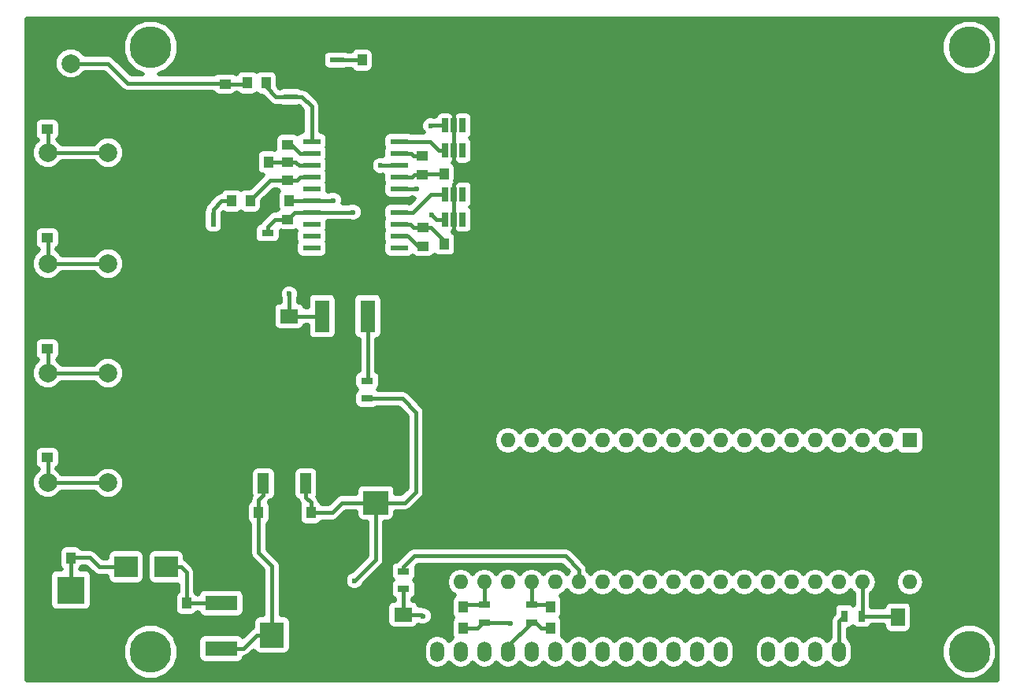
<source format=gbr>
G04 #@! TF.FileFunction,Copper,L1,Top,Signal*
%FSLAX46Y46*%
G04 Gerber Fmt 4.6, Leading zero omitted, Abs format (unit mm)*
G04 Created by KiCad (PCBNEW 4.0.7) date 09/10/18 20:42:41*
%MOMM*%
%LPD*%
G01*
G04 APERTURE LIST*
%ADD10C,0.100000*%
%ADD11O,1.500000X2.200000*%
%ADD12C,4.500000*%
%ADD13C,0.600000*%
%ADD14R,1.250000X1.000000*%
%ADD15R,1.000000X1.250000*%
%ADD16R,2.550000X2.700000*%
%ADD17R,1.950000X1.500000*%
%ADD18R,2.700000X2.550000*%
%ADD19R,2.500000X2.300000*%
%ADD20C,2.200000*%
%ADD21C,2.000000*%
%ADD22R,3.500000X1.600000*%
%ADD23R,1.600000X3.500000*%
%ADD24R,1.300000X0.700000*%
%ADD25R,1.600000X1.600000*%
%ADD26O,1.600000X1.600000*%
%ADD27R,1.200000X2.200000*%
%ADD28R,5.800000X6.400000*%
%ADD29R,2.750000X3.050000*%
%ADD30R,1.950000X0.600000*%
%ADD31R,1.000000X1.000000*%
%ADD32R,4.720000X1.000000*%
%ADD33R,3.800000X1.000000*%
%ADD34R,1.000000X3.140000*%
%ADD35R,1.000000X3.800000*%
%ADD36R,0.650000X1.560000*%
%ADD37C,3.000000*%
%ADD38R,3.000000X3.000000*%
%ADD39C,4.000000*%
%ADD40R,0.600000X1.500000*%
%ADD41R,1.500000X0.600000*%
%ADD42R,1.500000X1.950000*%
%ADD43R,0.700000X1.300000*%
%ADD44C,0.400000*%
%ADD45C,0.250000*%
%ADD46C,0.508000*%
G04 APERTURE END LIST*
D10*
D11*
X180367940Y-131864100D03*
X177827940Y-131864100D03*
X175287940Y-131864100D03*
X172747940Y-131864100D03*
X170207940Y-131864100D03*
X167667940Y-131864100D03*
X165127940Y-131864100D03*
X162587940Y-131864100D03*
X160047940Y-131864100D03*
X157507940Y-131864100D03*
X154967940Y-131864100D03*
X152427940Y-131864100D03*
X149887940Y-131864100D03*
X147347940Y-131864100D03*
X144807940Y-131864100D03*
X142267940Y-131864100D03*
X139727940Y-131864100D03*
X137187940Y-131864100D03*
X134647940Y-131864100D03*
X132107940Y-131864100D03*
D12*
X191828420Y-66865500D03*
X103827580Y-66865500D03*
X103827580Y-131864100D03*
X191828420Y-131864100D03*
D11*
X132107940Y-131864100D03*
X134647940Y-131864100D03*
X137187940Y-131864100D03*
X139727940Y-131864100D03*
X142267940Y-131864100D03*
X144807940Y-131864100D03*
X147347940Y-131864100D03*
X149887940Y-131864100D03*
X152427940Y-131864100D03*
X154967940Y-131864100D03*
X157507940Y-131864100D03*
X160047940Y-131864100D03*
X162587940Y-131864100D03*
X165127940Y-131864100D03*
X167667940Y-131864100D03*
X170207940Y-131864100D03*
X172747940Y-131864100D03*
X175287940Y-131864100D03*
X177827940Y-131864100D03*
X180367940Y-131864100D03*
D13*
X178358800Y-114655600D03*
X124815600Y-117906800D03*
X127965200Y-124358400D03*
X138836400Y-115011200D03*
X114554000Y-133146800D03*
X177342800Y-98501200D03*
X192328800Y-107594400D03*
X192328800Y-87731600D03*
X164896800Y-68529200D03*
X165100000Y-88036400D03*
X118008400Y-101955600D03*
X142748000Y-96367600D03*
X142036800Y-68630800D03*
X125831600Y-71374000D03*
X113741200Y-67411600D03*
X140970000Y-84023200D03*
X140868400Y-76758800D03*
X125577600Y-80975200D03*
X112166400Y-75996800D03*
X113842800Y-92811600D03*
X131165600Y-95504000D03*
X161036000Y-114808000D03*
X159105600Y-127406400D03*
X109220000Y-102971600D03*
X124510800Y-107035600D03*
X109169200Y-113690400D03*
X114300000Y-124155200D03*
X120192800Y-124206000D03*
X151993600Y-127965200D03*
D14*
X111810800Y-68799200D03*
X111810800Y-70799200D03*
D15*
X116214400Y-70662800D03*
X114214400Y-70662800D03*
X126558800Y-68224400D03*
X128558800Y-68224400D03*
X95234000Y-121767600D03*
X93234000Y-121767600D03*
D14*
X118567200Y-77301600D03*
X118567200Y-75301600D03*
D15*
X116468400Y-79197200D03*
X114468400Y-79197200D03*
X107680000Y-126644400D03*
X105680000Y-126644400D03*
D14*
X118567200Y-81162400D03*
X118567200Y-79162400D03*
D15*
X114538000Y-83362800D03*
X112538000Y-83362800D03*
X115433600Y-116890800D03*
X117433600Y-116890800D03*
X118703600Y-83362800D03*
X116703600Y-83362800D03*
D16*
X116865400Y-130048000D03*
X123215400Y-130048000D03*
D17*
X118723000Y-95758000D03*
X115973000Y-95758000D03*
D14*
X118567200Y-85360000D03*
X118567200Y-87360000D03*
D15*
X121040400Y-116890800D03*
X119040400Y-116890800D03*
D18*
X128016000Y-115849400D03*
X128016000Y-109499400D03*
D17*
X130965800Y-127863600D03*
X128215800Y-127863600D03*
D14*
X133096000Y-86223600D03*
X133096000Y-88223600D03*
D15*
X135398000Y-87985600D03*
X137398000Y-87985600D03*
D14*
X133045200Y-78552800D03*
X133045200Y-80552800D03*
D15*
X135347200Y-80467200D03*
X137347200Y-80467200D03*
D19*
X105477200Y-122732800D03*
X101177200Y-122732800D03*
D20*
X92710000Y-66040000D03*
X92710000Y-71120000D03*
X97790000Y-71120000D03*
X97790000Y-66040000D03*
D21*
X95250000Y-68580000D03*
D22*
X111404400Y-126642800D03*
X111404400Y-131522800D03*
D23*
X122274000Y-95758000D03*
X127154000Y-95758000D03*
D24*
X127101600Y-102732800D03*
X127101600Y-104632800D03*
X116382800Y-86832400D03*
X116382800Y-88732400D03*
X131013200Y-123205200D03*
X131013200Y-125105200D03*
D21*
X99263200Y-82681200D03*
X99263200Y-78181200D03*
X92763200Y-82681200D03*
X92763200Y-78181200D03*
X99263200Y-94619200D03*
X99263200Y-90119200D03*
X92763200Y-94619200D03*
X92763200Y-90119200D03*
X99263200Y-106404800D03*
X99263200Y-101904800D03*
X92763200Y-106404800D03*
X92763200Y-101904800D03*
X99263200Y-118190400D03*
X99263200Y-113690400D03*
X92763200Y-118190400D03*
X92763200Y-113690400D03*
D25*
X185420000Y-109118400D03*
D26*
X137160000Y-124358400D03*
X182880000Y-109118400D03*
X139700000Y-124358400D03*
X180340000Y-109118400D03*
X142240000Y-124358400D03*
X177800000Y-109118400D03*
X144780000Y-124358400D03*
X175260000Y-109118400D03*
X147320000Y-124358400D03*
X172720000Y-109118400D03*
X149860000Y-124358400D03*
X170180000Y-109118400D03*
X152400000Y-124358400D03*
X167640000Y-109118400D03*
X154940000Y-124358400D03*
X165100000Y-109118400D03*
X157480000Y-124358400D03*
X162560000Y-109118400D03*
X160020000Y-124358400D03*
X160020000Y-109118400D03*
X162560000Y-124358400D03*
X157480000Y-109118400D03*
X165100000Y-124358400D03*
X154940000Y-109118400D03*
X167640000Y-124358400D03*
X152400000Y-109118400D03*
X170180000Y-124358400D03*
X149860000Y-109118400D03*
X172720000Y-124358400D03*
X147320000Y-109118400D03*
X175260000Y-124358400D03*
X144780000Y-109118400D03*
X177800000Y-124358400D03*
X142240000Y-109118400D03*
X180340000Y-124358400D03*
X139700000Y-109118400D03*
X182880000Y-124358400D03*
X137160000Y-109118400D03*
X185420000Y-124358400D03*
D27*
X115931600Y-113775600D03*
X120491600Y-113775600D03*
D28*
X118211600Y-107475600D03*
D29*
X119736600Y-105800600D03*
X116686600Y-109150600D03*
X116686600Y-105800600D03*
X119736600Y-109150600D03*
D30*
X121131600Y-76987400D03*
X121131600Y-78257400D03*
X121131600Y-79527400D03*
X121131600Y-80797400D03*
X121131600Y-82067400D03*
X121131600Y-83337400D03*
X121131600Y-84607400D03*
X121131600Y-85877400D03*
X121131600Y-87147400D03*
X121131600Y-88417400D03*
X130531600Y-88417400D03*
X130531600Y-87147400D03*
X130531600Y-85877400D03*
X130531600Y-84607400D03*
X130531600Y-83337400D03*
X130531600Y-82067400D03*
X130531600Y-80797400D03*
X130531600Y-79527400D03*
X130531600Y-78257400D03*
X130531600Y-76987400D03*
D31*
X108781600Y-65962400D03*
X145421600Y-65962400D03*
X145421600Y-99442400D03*
X108781600Y-99442400D03*
D32*
X111641600Y-65962400D03*
X111641600Y-99442400D03*
D33*
X118101600Y-65962400D03*
X118101600Y-99442400D03*
X124101600Y-65962400D03*
X124101600Y-99442400D03*
X130101600Y-65962400D03*
X130101600Y-99442400D03*
X136101600Y-65962400D03*
X136101600Y-99442400D03*
D32*
X142561600Y-65962400D03*
X142561600Y-99442400D03*
D34*
X108781600Y-68032400D03*
X145421600Y-68032400D03*
D35*
X108781600Y-73702400D03*
X145421600Y-73702400D03*
X108781600Y-79702400D03*
X145421600Y-79702400D03*
X108781600Y-85702400D03*
X145421600Y-85702400D03*
X108781600Y-91702400D03*
X145421600Y-91702400D03*
D34*
X108781600Y-97372400D03*
X145421600Y-97372400D03*
D36*
X135448000Y-77956400D03*
X136398000Y-77956400D03*
X137348000Y-77956400D03*
X137348000Y-75256400D03*
X135448000Y-75256400D03*
X136398000Y-75256400D03*
X135448000Y-85373200D03*
X136398000Y-85373200D03*
X137348000Y-85373200D03*
X137348000Y-82673200D03*
X135448000Y-82673200D03*
X136398000Y-82673200D03*
D37*
X95250000Y-133429000D03*
D38*
X95250000Y-125222000D03*
D39*
X99314000Y-129032000D03*
D40*
X110540800Y-85369400D03*
X114499800Y-90359400D03*
D41*
X118846600Y-72186800D03*
X123836600Y-68227800D03*
D13*
X175869600Y-127711200D03*
D42*
X184150000Y-128165000D03*
X184150000Y-130915000D03*
D14*
X92710000Y-108982000D03*
X92710000Y-110982000D03*
D15*
X146828000Y-127000000D03*
X148828000Y-127000000D03*
D14*
X92710000Y-97298000D03*
X92710000Y-99298000D03*
D15*
X137398000Y-127000000D03*
X135398000Y-127000000D03*
D14*
X92710000Y-85360000D03*
X92710000Y-87360000D03*
X92710000Y-73676000D03*
X92710000Y-75676000D03*
D15*
X146828000Y-129286000D03*
X148828000Y-129286000D03*
X137398000Y-129286000D03*
X135398000Y-129286000D03*
D43*
X178374000Y-128016000D03*
X180274000Y-128016000D03*
D24*
X144780000Y-128712000D03*
X144780000Y-126812000D03*
X139700000Y-128712000D03*
X139700000Y-126812000D03*
D13*
X118719600Y-93370400D03*
X123444000Y-83312000D03*
X125577600Y-84582000D03*
X125730000Y-124206000D03*
X133096000Y-128016000D03*
X134061200Y-84886800D03*
X132435600Y-82092800D03*
X128524000Y-79552800D03*
X133908800Y-75285600D03*
X142494000Y-128778000D03*
D44*
X128215800Y-127863600D02*
X128215800Y-130501800D01*
X129578100Y-131864100D02*
X132107940Y-131864100D01*
X128215800Y-130501800D02*
X129578100Y-131864100D01*
X135398000Y-129286000D02*
X133604000Y-129286000D01*
X133604000Y-129286000D02*
X132107940Y-130782060D01*
X132107940Y-130782060D02*
X132107940Y-131864100D01*
X135398000Y-127000000D02*
X135398000Y-129286000D01*
X148828000Y-127000000D02*
X148828000Y-129286000D01*
X184150000Y-130915000D02*
X184045000Y-130915000D01*
X184045000Y-130915000D02*
X183095900Y-131864100D01*
X183095900Y-131864100D02*
X180367940Y-131864100D01*
X116703600Y-83362800D02*
X116703600Y-83448400D01*
X136398000Y-75256400D02*
X136398000Y-73812400D01*
X136508000Y-73702400D02*
X145421600Y-73702400D01*
X136398000Y-73812400D02*
X136508000Y-73702400D01*
X136398000Y-85373200D02*
X136398000Y-86664800D01*
X136398000Y-86664800D02*
X137398000Y-87664800D01*
X137398000Y-87664800D02*
X137398000Y-87985600D01*
X136398000Y-85373200D02*
X136398000Y-82673200D01*
X136398000Y-82673200D02*
X136398000Y-81584800D01*
X136398000Y-81584800D02*
X137347200Y-80635600D01*
X137347200Y-80635600D02*
X137347200Y-80467200D01*
X136398000Y-77956400D02*
X136398000Y-79044800D01*
X136398000Y-79044800D02*
X137347200Y-79994000D01*
X137347200Y-79994000D02*
X137347200Y-80467200D01*
X136398000Y-75256400D02*
X136398000Y-77956400D01*
X95250000Y-68580000D02*
X99212400Y-68580000D01*
X111810800Y-70799200D02*
X114078000Y-70799200D01*
X114078000Y-70799200D02*
X114214400Y-70662800D01*
X101346000Y-70713600D02*
X111725200Y-70713600D01*
X99212400Y-68580000D02*
X101346000Y-70713600D01*
X111725200Y-70713600D02*
X111810800Y-70799200D01*
X118846600Y-72186800D02*
X120091200Y-72186800D01*
X121131600Y-73227200D02*
X121131600Y-76987400D01*
X120091200Y-72186800D02*
X121131600Y-73227200D01*
X116214400Y-70662800D02*
X116214400Y-71104000D01*
X116214400Y-71104000D02*
X117297200Y-72186800D01*
X117297200Y-72186800D02*
X118846600Y-72186800D01*
X123836600Y-68227800D02*
X126555400Y-68227800D01*
X126555400Y-68227800D02*
X126558800Y-68224400D01*
X95250000Y-125222000D02*
X95250000Y-121783600D01*
X95250000Y-121783600D02*
X95316800Y-121716800D01*
X95316800Y-121716800D02*
X97282000Y-121716800D01*
X97282000Y-121716800D02*
X98298000Y-122732800D01*
X98298000Y-122732800D02*
X101177200Y-122732800D01*
X121131600Y-78257400D02*
X119913400Y-78257400D01*
X119913400Y-78257400D02*
X118957600Y-77301600D01*
X118957600Y-77301600D02*
X118567200Y-77301600D01*
X116468400Y-79197200D02*
X118532400Y-79197200D01*
X118532400Y-79197200D02*
X118567200Y-79162400D01*
X121131600Y-79527400D02*
X119761000Y-79527400D01*
X119396000Y-79162400D02*
X118567200Y-79162400D01*
X119761000Y-79527400D02*
X119396000Y-79162400D01*
X107680000Y-126644400D02*
X111402800Y-126644400D01*
X111402800Y-126644400D02*
X111404400Y-126642800D01*
X105477200Y-122732800D02*
X107086400Y-122732800D01*
X107680000Y-123326400D02*
X107680000Y-126644400D01*
X107086400Y-122732800D02*
X107680000Y-123326400D01*
X114538000Y-83362800D02*
X114538000Y-83277200D01*
X114538000Y-83277200D02*
X116652800Y-81162400D01*
X116652800Y-81162400D02*
X118567200Y-81162400D01*
X121131600Y-80797400D02*
X119913400Y-80797400D01*
X119548400Y-81162400D02*
X118567200Y-81162400D01*
X119913400Y-80797400D02*
X119548400Y-81162400D01*
X110540800Y-85369400D02*
X110540800Y-84277200D01*
X111455200Y-83362800D02*
X112538000Y-83362800D01*
X110540800Y-84277200D02*
X111455200Y-83362800D01*
X115931600Y-113775600D02*
X115931600Y-115056000D01*
X115433600Y-115554000D02*
X115433600Y-116890800D01*
X115931600Y-115056000D02*
X115433600Y-115554000D01*
X116865400Y-130048000D02*
X116865400Y-122656600D01*
X115433600Y-121224800D02*
X115433600Y-116890800D01*
X116865400Y-122656600D02*
X115433600Y-121224800D01*
X111404400Y-131522800D02*
X113790400Y-131522800D01*
X115265200Y-130048000D02*
X116865400Y-130048000D01*
X113790400Y-131522800D02*
X115265200Y-130048000D01*
X118719600Y-93370400D02*
X118723000Y-93373800D01*
X118723000Y-93373800D02*
X118723000Y-95758000D01*
X121131600Y-83337400D02*
X123418600Y-83337400D01*
X123418600Y-83337400D02*
X123444000Y-83312000D01*
X122274000Y-95758000D02*
X118723000Y-95758000D01*
X121131600Y-83337400D02*
X118729000Y-83337400D01*
X118729000Y-83337400D02*
X118703600Y-83362800D01*
X118567200Y-85360000D02*
X117179600Y-85360000D01*
X116382800Y-86156800D02*
X116382800Y-86832400D01*
X117179600Y-85360000D02*
X116382800Y-86156800D01*
X121131600Y-84607400D02*
X125552200Y-84607400D01*
X125552200Y-84607400D02*
X125577600Y-84582000D01*
X121131600Y-84607400D02*
X119319800Y-84607400D01*
X119319800Y-84607400D02*
X118567200Y-85360000D01*
X118517200Y-85410000D02*
X118567200Y-85360000D01*
X128016000Y-115849400D02*
X128016000Y-121920000D01*
X128016000Y-121920000D02*
X125730000Y-124206000D01*
X177827940Y-131864100D02*
X177827940Y-128562060D01*
X177827940Y-128562060D02*
X178374000Y-128016000D01*
X128016000Y-115849400D02*
X131140200Y-115849400D01*
X130845600Y-104632800D02*
X127101600Y-104632800D01*
X132334000Y-106121200D02*
X130845600Y-104632800D01*
X132334000Y-114655600D02*
X132334000Y-106121200D01*
X131140200Y-115849400D02*
X132334000Y-114655600D01*
X121040400Y-116890800D02*
X123342400Y-116890800D01*
X124383800Y-115849400D02*
X128016000Y-115849400D01*
X123342400Y-116890800D02*
X124383800Y-115849400D01*
X121040400Y-116890800D02*
X121040400Y-115808000D01*
X120491600Y-115259200D02*
X120491600Y-113775600D01*
X121040400Y-115808000D02*
X120491600Y-115259200D01*
X132943600Y-127863600D02*
X130965800Y-127863600D01*
X133096000Y-128016000D02*
X132943600Y-127863600D01*
X131013200Y-125105200D02*
X131013200Y-127816200D01*
X131013200Y-127816200D02*
X130965800Y-127863600D01*
X133096000Y-86223600D02*
X133975600Y-86223600D01*
X133975600Y-86223600D02*
X135398000Y-87646000D01*
X135398000Y-87646000D02*
X135398000Y-87985600D01*
X130531600Y-85877400D02*
X131749800Y-85877400D01*
X132096000Y-86223600D02*
X133096000Y-86223600D01*
X131749800Y-85877400D02*
X132096000Y-86223600D01*
X130531600Y-87147400D02*
X131495800Y-87147400D01*
X131495800Y-87147400D02*
X132572000Y-88223600D01*
X132572000Y-88223600D02*
X133096000Y-88223600D01*
X130531600Y-78257400D02*
X131800600Y-78257400D01*
X132096000Y-78552800D02*
X133045200Y-78552800D01*
X131800600Y-78257400D02*
X132096000Y-78552800D01*
D45*
X132749800Y-78257400D02*
X133045200Y-78552800D01*
D44*
X135347200Y-80467200D02*
X133130800Y-80467200D01*
X133130800Y-80467200D02*
X133045200Y-80552800D01*
X130531600Y-80797400D02*
X131902200Y-80797400D01*
X132146800Y-80552800D02*
X133045200Y-80552800D01*
X131902200Y-80797400D02*
X132146800Y-80552800D01*
X127154000Y-95758000D02*
X127154000Y-102680400D01*
X127154000Y-102680400D02*
X127101600Y-102732800D01*
X131013200Y-123205200D02*
X131013200Y-122732800D01*
X131013200Y-122732800D02*
X132181600Y-121564400D01*
X132181600Y-121564400D02*
X148386800Y-121564400D01*
X148386800Y-121564400D02*
X149860000Y-123037600D01*
X149860000Y-123037600D02*
X149860000Y-124358400D01*
X130531600Y-84607400D02*
X132003800Y-84607400D01*
X133938000Y-82673200D02*
X135448000Y-82673200D01*
X132003800Y-84607400D02*
X133938000Y-82673200D01*
X130531600Y-82067400D02*
X132410200Y-82067400D01*
X134547600Y-85373200D02*
X135448000Y-85373200D01*
X134061200Y-84886800D02*
X134547600Y-85373200D01*
X132410200Y-82067400D02*
X132435600Y-82092800D01*
X135448000Y-75256400D02*
X133938000Y-75256400D01*
X128549400Y-79527400D02*
X130531600Y-79527400D01*
X128524000Y-79552800D02*
X128549400Y-79527400D01*
X133938000Y-75256400D02*
X133908800Y-75285600D01*
X130531600Y-76987400D02*
X133832600Y-76987400D01*
X134801600Y-77956400D02*
X135448000Y-77956400D01*
X133832600Y-76987400D02*
X134801600Y-77956400D01*
X92763200Y-78181200D02*
X92763200Y-75729200D01*
X92763200Y-75729200D02*
X92710000Y-75676000D01*
X98501200Y-78181200D02*
X92001200Y-78181200D01*
X92763200Y-90119200D02*
X92763200Y-87413200D01*
X92763200Y-87413200D02*
X92710000Y-87360000D01*
X98501200Y-90119200D02*
X92001200Y-90119200D01*
X92763200Y-101904800D02*
X92763200Y-99351200D01*
X92763200Y-99351200D02*
X92710000Y-99298000D01*
X98501200Y-101904800D02*
X92001200Y-101904800D01*
X92763200Y-113690400D02*
X92763200Y-111035200D01*
X92763200Y-111035200D02*
X92710000Y-110982000D01*
X98501200Y-113690400D02*
X92001200Y-113690400D01*
X139700000Y-126812000D02*
X137586000Y-126812000D01*
X137586000Y-126812000D02*
X137398000Y-127000000D01*
X139700000Y-124358400D02*
X139700000Y-126812000D01*
X144780000Y-126812000D02*
X146640000Y-126812000D01*
X146640000Y-126812000D02*
X146828000Y-127000000D01*
X144780000Y-124358400D02*
X144780000Y-126812000D01*
X180340000Y-124358400D02*
X180340000Y-127950000D01*
X180340000Y-127950000D02*
X180274000Y-128016000D01*
X180274000Y-128016000D02*
X184001000Y-128016000D01*
X184001000Y-128016000D02*
X184150000Y-128165000D01*
X144780000Y-128712000D02*
X145222000Y-128712000D01*
X145222000Y-128712000D02*
X145796000Y-129286000D01*
X145796000Y-129286000D02*
X146828000Y-129286000D01*
X142267940Y-131864100D02*
X142267940Y-131224060D01*
X142267940Y-131224060D02*
X144780000Y-128712000D01*
X142494000Y-128778000D02*
X142428000Y-128712000D01*
X142428000Y-128712000D02*
X139700000Y-128712000D01*
X139700000Y-128712000D02*
X139512000Y-128712000D01*
X139512000Y-128712000D02*
X138938000Y-129286000D01*
X138938000Y-129286000D02*
X137398000Y-129286000D01*
D46*
G36*
X194844600Y-134900600D02*
X90499000Y-134900600D01*
X90499000Y-132460595D01*
X100815058Y-132460595D01*
X101272641Y-133568032D01*
X102119191Y-134416061D01*
X103225828Y-134875576D01*
X104424075Y-134876622D01*
X105531512Y-134419039D01*
X106379541Y-133572489D01*
X106839056Y-132465852D01*
X106840102Y-131267605D01*
X106614994Y-130722800D01*
X108877472Y-130722800D01*
X108877472Y-132322800D01*
X108930605Y-132605180D01*
X109097492Y-132864529D01*
X109352131Y-133038517D01*
X109654400Y-133099728D01*
X113154400Y-133099728D01*
X113436780Y-133046595D01*
X113696129Y-132879708D01*
X113870117Y-132625069D01*
X113903060Y-132462390D01*
X114158542Y-132411572D01*
X114470637Y-132203037D01*
X114916208Y-131757466D01*
X115033492Y-131939729D01*
X115288131Y-132113717D01*
X115590400Y-132174928D01*
X118140400Y-132174928D01*
X118422780Y-132121795D01*
X118682129Y-131954908D01*
X118856117Y-131700269D01*
X118917328Y-131398000D01*
X118917328Y-128698000D01*
X118864195Y-128415620D01*
X118697308Y-128156271D01*
X118442669Y-127982283D01*
X118140400Y-127921072D01*
X117827400Y-127921072D01*
X117827400Y-127113600D01*
X129213872Y-127113600D01*
X129213872Y-128613600D01*
X129267005Y-128895980D01*
X129433892Y-129155329D01*
X129688531Y-129329317D01*
X129990800Y-129390528D01*
X131940800Y-129390528D01*
X132223180Y-129337395D01*
X132482529Y-129170508D01*
X132620558Y-128968496D01*
X132883828Y-129077815D01*
X133306318Y-129078184D01*
X133696789Y-128916845D01*
X133995795Y-128618360D01*
X134157815Y-128228172D01*
X134158184Y-127805682D01*
X133996845Y-127415211D01*
X133698360Y-127116205D01*
X133308172Y-126954185D01*
X133207521Y-126954097D01*
X132943600Y-126901600D01*
X132677838Y-126901600D01*
X132664595Y-126831220D01*
X132497708Y-126571871D01*
X132243069Y-126397883D01*
X131975200Y-126343638D01*
X131975200Y-126159935D01*
X132204929Y-126012108D01*
X132378917Y-125757469D01*
X132440128Y-125455200D01*
X132440128Y-124755200D01*
X132386995Y-124472820D01*
X132220108Y-124213471D01*
X132136347Y-124156239D01*
X132204929Y-124112108D01*
X132378917Y-123857469D01*
X132440128Y-123555200D01*
X132440128Y-122855200D01*
X132410220Y-122696254D01*
X132580074Y-122526400D01*
X147988326Y-122526400D01*
X148727351Y-123265424D01*
X148590000Y-123470985D01*
X148424501Y-123223298D01*
X147917752Y-122884699D01*
X147320000Y-122765799D01*
X146722248Y-122884699D01*
X146215499Y-123223298D01*
X146050000Y-123470985D01*
X145884501Y-123223298D01*
X145377752Y-122884699D01*
X144780000Y-122765799D01*
X144182248Y-122884699D01*
X143675499Y-123223298D01*
X143510000Y-123470985D01*
X143344501Y-123223298D01*
X142837752Y-122884699D01*
X142240000Y-122765799D01*
X141642248Y-122884699D01*
X141135499Y-123223298D01*
X140970000Y-123470985D01*
X140804501Y-123223298D01*
X140297752Y-122884699D01*
X139700000Y-122765799D01*
X139102248Y-122884699D01*
X138595499Y-123223298D01*
X138430000Y-123470985D01*
X138264501Y-123223298D01*
X137757752Y-122884699D01*
X137160000Y-122765799D01*
X136562248Y-122884699D01*
X136055499Y-123223298D01*
X135716900Y-123730047D01*
X135598000Y-124327799D01*
X135598000Y-124389001D01*
X135716900Y-124986753D01*
X136055499Y-125493502D01*
X136450518Y-125757445D01*
X136356271Y-125818092D01*
X136182283Y-126072731D01*
X136121072Y-126375000D01*
X136121072Y-127625000D01*
X136174205Y-127907380D01*
X136327697Y-128145912D01*
X136182283Y-128358731D01*
X136121072Y-128661000D01*
X136121072Y-129911000D01*
X136174205Y-130193380D01*
X136254338Y-130317909D01*
X136118795Y-130408476D01*
X135917940Y-130709076D01*
X135717085Y-130408476D01*
X135226557Y-130080715D01*
X134647940Y-129965621D01*
X134069323Y-130080715D01*
X133578795Y-130408476D01*
X133251034Y-130899004D01*
X133135940Y-131477621D01*
X133135940Y-132250579D01*
X133251034Y-132829196D01*
X133578795Y-133319724D01*
X134069323Y-133647485D01*
X134647940Y-133762579D01*
X135226557Y-133647485D01*
X135717085Y-133319724D01*
X135917940Y-133019124D01*
X136118795Y-133319724D01*
X136609323Y-133647485D01*
X137187940Y-133762579D01*
X137766557Y-133647485D01*
X138257085Y-133319724D01*
X138457940Y-133019124D01*
X138658795Y-133319724D01*
X139149323Y-133647485D01*
X139727940Y-133762579D01*
X140306557Y-133647485D01*
X140797085Y-133319724D01*
X140997940Y-133019124D01*
X141198795Y-133319724D01*
X141689323Y-133647485D01*
X142267940Y-133762579D01*
X142846557Y-133647485D01*
X143337085Y-133319724D01*
X143537940Y-133019124D01*
X143738795Y-133319724D01*
X144229323Y-133647485D01*
X144807940Y-133762579D01*
X145386557Y-133647485D01*
X145877085Y-133319724D01*
X146077940Y-133019124D01*
X146278795Y-133319724D01*
X146769323Y-133647485D01*
X147347940Y-133762579D01*
X147926557Y-133647485D01*
X148417085Y-133319724D01*
X148617940Y-133019124D01*
X148818795Y-133319724D01*
X149309323Y-133647485D01*
X149887940Y-133762579D01*
X150466557Y-133647485D01*
X150957085Y-133319724D01*
X151157940Y-133019124D01*
X151358795Y-133319724D01*
X151849323Y-133647485D01*
X152427940Y-133762579D01*
X153006557Y-133647485D01*
X153497085Y-133319724D01*
X153697940Y-133019124D01*
X153898795Y-133319724D01*
X154389323Y-133647485D01*
X154967940Y-133762579D01*
X155546557Y-133647485D01*
X156037085Y-133319724D01*
X156237940Y-133019124D01*
X156438795Y-133319724D01*
X156929323Y-133647485D01*
X157507940Y-133762579D01*
X158086557Y-133647485D01*
X158577085Y-133319724D01*
X158777940Y-133019124D01*
X158978795Y-133319724D01*
X159469323Y-133647485D01*
X160047940Y-133762579D01*
X160626557Y-133647485D01*
X161117085Y-133319724D01*
X161317940Y-133019124D01*
X161518795Y-133319724D01*
X162009323Y-133647485D01*
X162587940Y-133762579D01*
X163166557Y-133647485D01*
X163657085Y-133319724D01*
X163857940Y-133019124D01*
X164058795Y-133319724D01*
X164549323Y-133647485D01*
X165127940Y-133762579D01*
X165706557Y-133647485D01*
X166197085Y-133319724D01*
X166524846Y-132829196D01*
X166639940Y-132250579D01*
X166639940Y-131477621D01*
X166524846Y-130899004D01*
X166197085Y-130408476D01*
X165706557Y-130080715D01*
X165127940Y-129965621D01*
X164549323Y-130080715D01*
X164058795Y-130408476D01*
X163857940Y-130709076D01*
X163657085Y-130408476D01*
X163166557Y-130080715D01*
X162587940Y-129965621D01*
X162009323Y-130080715D01*
X161518795Y-130408476D01*
X161317940Y-130709076D01*
X161117085Y-130408476D01*
X160626557Y-130080715D01*
X160047940Y-129965621D01*
X159469323Y-130080715D01*
X158978795Y-130408476D01*
X158777940Y-130709076D01*
X158577085Y-130408476D01*
X158086557Y-130080715D01*
X157507940Y-129965621D01*
X156929323Y-130080715D01*
X156438795Y-130408476D01*
X156237940Y-130709076D01*
X156037085Y-130408476D01*
X155546557Y-130080715D01*
X154967940Y-129965621D01*
X154389323Y-130080715D01*
X153898795Y-130408476D01*
X153697940Y-130709076D01*
X153497085Y-130408476D01*
X153006557Y-130080715D01*
X152427940Y-129965621D01*
X151849323Y-130080715D01*
X151358795Y-130408476D01*
X151157940Y-130709076D01*
X150957085Y-130408476D01*
X150466557Y-130080715D01*
X149887940Y-129965621D01*
X149309323Y-130080715D01*
X148818795Y-130408476D01*
X148617940Y-130709076D01*
X148417085Y-130408476D01*
X148053397Y-130165467D01*
X148104928Y-129911000D01*
X148104928Y-128661000D01*
X148051795Y-128378620D01*
X147898303Y-128140088D01*
X148043717Y-127927269D01*
X148104928Y-127625000D01*
X148104928Y-126375000D01*
X148051795Y-126092620D01*
X147887967Y-125838026D01*
X147917752Y-125832101D01*
X148424501Y-125493502D01*
X148590000Y-125245815D01*
X148755499Y-125493502D01*
X149262248Y-125832101D01*
X149860000Y-125951001D01*
X150457752Y-125832101D01*
X150964501Y-125493502D01*
X151130000Y-125245815D01*
X151295499Y-125493502D01*
X151802248Y-125832101D01*
X152400000Y-125951001D01*
X152997752Y-125832101D01*
X153504501Y-125493502D01*
X153670000Y-125245815D01*
X153835499Y-125493502D01*
X154342248Y-125832101D01*
X154940000Y-125951001D01*
X155537752Y-125832101D01*
X156044501Y-125493502D01*
X156210000Y-125245815D01*
X156375499Y-125493502D01*
X156882248Y-125832101D01*
X157480000Y-125951001D01*
X158077752Y-125832101D01*
X158584501Y-125493502D01*
X158750000Y-125245815D01*
X158915499Y-125493502D01*
X159422248Y-125832101D01*
X160020000Y-125951001D01*
X160617752Y-125832101D01*
X161124501Y-125493502D01*
X161290000Y-125245815D01*
X161455499Y-125493502D01*
X161962248Y-125832101D01*
X162560000Y-125951001D01*
X163157752Y-125832101D01*
X163664501Y-125493502D01*
X163830000Y-125245815D01*
X163995499Y-125493502D01*
X164502248Y-125832101D01*
X165100000Y-125951001D01*
X165697752Y-125832101D01*
X166204501Y-125493502D01*
X166370000Y-125245815D01*
X166535499Y-125493502D01*
X167042248Y-125832101D01*
X167640000Y-125951001D01*
X168237752Y-125832101D01*
X168744501Y-125493502D01*
X168910000Y-125245815D01*
X169075499Y-125493502D01*
X169582248Y-125832101D01*
X170180000Y-125951001D01*
X170777752Y-125832101D01*
X171284501Y-125493502D01*
X171450000Y-125245815D01*
X171615499Y-125493502D01*
X172122248Y-125832101D01*
X172720000Y-125951001D01*
X173317752Y-125832101D01*
X173824501Y-125493502D01*
X173990000Y-125245815D01*
X174155499Y-125493502D01*
X174662248Y-125832101D01*
X175260000Y-125951001D01*
X175857752Y-125832101D01*
X176364501Y-125493502D01*
X176530000Y-125245815D01*
X176695499Y-125493502D01*
X177202248Y-125832101D01*
X177800000Y-125951001D01*
X178397752Y-125832101D01*
X178904501Y-125493502D01*
X179070000Y-125245815D01*
X179235499Y-125493502D01*
X179378000Y-125588718D01*
X179378000Y-126815343D01*
X179325039Y-126892853D01*
X179280908Y-126824271D01*
X179026269Y-126650283D01*
X178724000Y-126589072D01*
X178024000Y-126589072D01*
X177741620Y-126642205D01*
X177482271Y-126809092D01*
X177308283Y-127063731D01*
X177247072Y-127366000D01*
X177247072Y-127782454D01*
X177147703Y-127881823D01*
X176939168Y-128193918D01*
X176901330Y-128384141D01*
X176865940Y-128562060D01*
X176865940Y-130336884D01*
X176758795Y-130408476D01*
X176557940Y-130709076D01*
X176357085Y-130408476D01*
X175866557Y-130080715D01*
X175287940Y-129965621D01*
X174709323Y-130080715D01*
X174218795Y-130408476D01*
X174017940Y-130709076D01*
X173817085Y-130408476D01*
X173326557Y-130080715D01*
X172747940Y-129965621D01*
X172169323Y-130080715D01*
X171678795Y-130408476D01*
X171477940Y-130709076D01*
X171277085Y-130408476D01*
X170786557Y-130080715D01*
X170207940Y-129965621D01*
X169629323Y-130080715D01*
X169138795Y-130408476D01*
X168811034Y-130899004D01*
X168695940Y-131477621D01*
X168695940Y-132250579D01*
X168811034Y-132829196D01*
X169138795Y-133319724D01*
X169629323Y-133647485D01*
X170207940Y-133762579D01*
X170786557Y-133647485D01*
X171277085Y-133319724D01*
X171477940Y-133019124D01*
X171678795Y-133319724D01*
X172169323Y-133647485D01*
X172747940Y-133762579D01*
X173326557Y-133647485D01*
X173817085Y-133319724D01*
X174017940Y-133019124D01*
X174218795Y-133319724D01*
X174709323Y-133647485D01*
X175287940Y-133762579D01*
X175866557Y-133647485D01*
X176357085Y-133319724D01*
X176557940Y-133019124D01*
X176758795Y-133319724D01*
X177249323Y-133647485D01*
X177827940Y-133762579D01*
X178406557Y-133647485D01*
X178897085Y-133319724D01*
X179224846Y-132829196D01*
X179298165Y-132460595D01*
X188815898Y-132460595D01*
X189273481Y-133568032D01*
X190120031Y-134416061D01*
X191226668Y-134875576D01*
X192424915Y-134876622D01*
X193532352Y-134419039D01*
X194380381Y-133572489D01*
X194839896Y-132465852D01*
X194840942Y-131267605D01*
X194383359Y-130160168D01*
X193536809Y-129312139D01*
X192430172Y-128852624D01*
X191231925Y-128851578D01*
X190124488Y-129309161D01*
X189276459Y-130155711D01*
X188816944Y-131262348D01*
X188815898Y-132460595D01*
X179298165Y-132460595D01*
X179339940Y-132250579D01*
X179339940Y-131477621D01*
X179224846Y-130899004D01*
X178897085Y-130408476D01*
X178789940Y-130336884D01*
X178789940Y-129430521D01*
X179006380Y-129389795D01*
X179265729Y-129222908D01*
X179322961Y-129139147D01*
X179367092Y-129207729D01*
X179621731Y-129381717D01*
X179924000Y-129442928D01*
X180624000Y-129442928D01*
X180906380Y-129389795D01*
X181165729Y-129222908D01*
X181333068Y-128978000D01*
X182623072Y-128978000D01*
X182623072Y-129140000D01*
X182676205Y-129422380D01*
X182843092Y-129681729D01*
X183097731Y-129855717D01*
X183400000Y-129916928D01*
X184900000Y-129916928D01*
X185182380Y-129863795D01*
X185441729Y-129696908D01*
X185615717Y-129442269D01*
X185676928Y-129140000D01*
X185676928Y-127190000D01*
X185623795Y-126907620D01*
X185456908Y-126648271D01*
X185202269Y-126474283D01*
X184900000Y-126413072D01*
X183400000Y-126413072D01*
X183117620Y-126466205D01*
X182858271Y-126633092D01*
X182684283Y-126887731D01*
X182650613Y-127054000D01*
X181328735Y-127054000D01*
X181302000Y-127012453D01*
X181302000Y-125588718D01*
X181444501Y-125493502D01*
X181783100Y-124986753D01*
X181902000Y-124389001D01*
X181902000Y-124327799D01*
X183858000Y-124327799D01*
X183858000Y-124389001D01*
X183976900Y-124986753D01*
X184315499Y-125493502D01*
X184822248Y-125832101D01*
X185420000Y-125951001D01*
X186017752Y-125832101D01*
X186524501Y-125493502D01*
X186863100Y-124986753D01*
X186982000Y-124389001D01*
X186982000Y-124327799D01*
X186863100Y-123730047D01*
X186524501Y-123223298D01*
X186017752Y-122884699D01*
X185420000Y-122765799D01*
X184822248Y-122884699D01*
X184315499Y-123223298D01*
X183976900Y-123730047D01*
X183858000Y-124327799D01*
X181902000Y-124327799D01*
X181783100Y-123730047D01*
X181444501Y-123223298D01*
X180937752Y-122884699D01*
X180340000Y-122765799D01*
X179742248Y-122884699D01*
X179235499Y-123223298D01*
X179070000Y-123470985D01*
X178904501Y-123223298D01*
X178397752Y-122884699D01*
X177800000Y-122765799D01*
X177202248Y-122884699D01*
X176695499Y-123223298D01*
X176530000Y-123470985D01*
X176364501Y-123223298D01*
X175857752Y-122884699D01*
X175260000Y-122765799D01*
X174662248Y-122884699D01*
X174155499Y-123223298D01*
X173990000Y-123470985D01*
X173824501Y-123223298D01*
X173317752Y-122884699D01*
X172720000Y-122765799D01*
X172122248Y-122884699D01*
X171615499Y-123223298D01*
X171450000Y-123470985D01*
X171284501Y-123223298D01*
X170777752Y-122884699D01*
X170180000Y-122765799D01*
X169582248Y-122884699D01*
X169075499Y-123223298D01*
X168910000Y-123470985D01*
X168744501Y-123223298D01*
X168237752Y-122884699D01*
X167640000Y-122765799D01*
X167042248Y-122884699D01*
X166535499Y-123223298D01*
X166370000Y-123470985D01*
X166204501Y-123223298D01*
X165697752Y-122884699D01*
X165100000Y-122765799D01*
X164502248Y-122884699D01*
X163995499Y-123223298D01*
X163830000Y-123470985D01*
X163664501Y-123223298D01*
X163157752Y-122884699D01*
X162560000Y-122765799D01*
X161962248Y-122884699D01*
X161455499Y-123223298D01*
X161290000Y-123470985D01*
X161124501Y-123223298D01*
X160617752Y-122884699D01*
X160020000Y-122765799D01*
X159422248Y-122884699D01*
X158915499Y-123223298D01*
X158750000Y-123470985D01*
X158584501Y-123223298D01*
X158077752Y-122884699D01*
X157480000Y-122765799D01*
X156882248Y-122884699D01*
X156375499Y-123223298D01*
X156210000Y-123470985D01*
X156044501Y-123223298D01*
X155537752Y-122884699D01*
X154940000Y-122765799D01*
X154342248Y-122884699D01*
X153835499Y-123223298D01*
X153670000Y-123470985D01*
X153504501Y-123223298D01*
X152997752Y-122884699D01*
X152400000Y-122765799D01*
X151802248Y-122884699D01*
X151295499Y-123223298D01*
X151130000Y-123470985D01*
X150964501Y-123223298D01*
X150822000Y-123128082D01*
X150822000Y-123037600D01*
X150748772Y-122669459D01*
X150540237Y-122357363D01*
X150540234Y-122357361D01*
X149067037Y-120884163D01*
X148754942Y-120675628D01*
X148386800Y-120602400D01*
X132181600Y-120602400D01*
X131813458Y-120675628D01*
X131501363Y-120884163D01*
X130332963Y-122052563D01*
X130308966Y-122088477D01*
X130080820Y-122131405D01*
X129821471Y-122298292D01*
X129647483Y-122552931D01*
X129586272Y-122855200D01*
X129586272Y-123555200D01*
X129639405Y-123837580D01*
X129806292Y-124096929D01*
X129890053Y-124154161D01*
X129821471Y-124198292D01*
X129647483Y-124452931D01*
X129586272Y-124755200D01*
X129586272Y-125455200D01*
X129639405Y-125737580D01*
X129806292Y-125996929D01*
X130051200Y-126164268D01*
X130051200Y-126336672D01*
X129990800Y-126336672D01*
X129708420Y-126389805D01*
X129449071Y-126556692D01*
X129275083Y-126811331D01*
X129213872Y-127113600D01*
X117827400Y-127113600D01*
X117827400Y-122656600D01*
X117754172Y-122288459D01*
X117754172Y-122288458D01*
X117545637Y-121976363D01*
X116395600Y-120826326D01*
X116395600Y-118124012D01*
X116475329Y-118072708D01*
X116649317Y-117818069D01*
X116710528Y-117515800D01*
X116710528Y-116265800D01*
X116657395Y-115983420D01*
X116542776Y-115805297D01*
X116611834Y-115736239D01*
X116611837Y-115736237D01*
X116687351Y-115623222D01*
X116813980Y-115599395D01*
X117073329Y-115432508D01*
X117247317Y-115177869D01*
X117308528Y-114875600D01*
X117308528Y-112675600D01*
X119114672Y-112675600D01*
X119114672Y-114875600D01*
X119167805Y-115157980D01*
X119334692Y-115417329D01*
X119589331Y-115591317D01*
X119595928Y-115592653D01*
X119602828Y-115627342D01*
X119811363Y-115939437D01*
X119829056Y-115957130D01*
X119824683Y-115963531D01*
X119763472Y-116265800D01*
X119763472Y-117515800D01*
X119816605Y-117798180D01*
X119983492Y-118057529D01*
X120238131Y-118231517D01*
X120540400Y-118292728D01*
X121540400Y-118292728D01*
X121822780Y-118239595D01*
X122082129Y-118072708D01*
X122232386Y-117852800D01*
X123342400Y-117852800D01*
X123710542Y-117779572D01*
X124022637Y-117571037D01*
X124782274Y-116811400D01*
X125889072Y-116811400D01*
X125889072Y-117124400D01*
X125942205Y-117406780D01*
X126109092Y-117666129D01*
X126363731Y-117840117D01*
X126666000Y-117901328D01*
X127054000Y-117901328D01*
X127054000Y-121521526D01*
X125369766Y-123205760D01*
X125129211Y-123305155D01*
X124830205Y-123603640D01*
X124668185Y-123993828D01*
X124667816Y-124416318D01*
X124829155Y-124806789D01*
X125127640Y-125105795D01*
X125517828Y-125267815D01*
X125940318Y-125268184D01*
X126330789Y-125106845D01*
X126629795Y-124808360D01*
X126730401Y-124566073D01*
X128696237Y-122600237D01*
X128904772Y-122288142D01*
X128978000Y-121920000D01*
X128978000Y-117901328D01*
X129366000Y-117901328D01*
X129648380Y-117848195D01*
X129907729Y-117681308D01*
X130081717Y-117426669D01*
X130142928Y-117124400D01*
X130142928Y-116811400D01*
X131140200Y-116811400D01*
X131508342Y-116738172D01*
X131820437Y-116529637D01*
X133014237Y-115335837D01*
X133222772Y-115023742D01*
X133296000Y-114655600D01*
X133296000Y-109087799D01*
X140678000Y-109087799D01*
X140678000Y-109149001D01*
X140796900Y-109746753D01*
X141135499Y-110253502D01*
X141642248Y-110592101D01*
X142240000Y-110711001D01*
X142837752Y-110592101D01*
X143344501Y-110253502D01*
X143510000Y-110005815D01*
X143675499Y-110253502D01*
X144182248Y-110592101D01*
X144780000Y-110711001D01*
X145377752Y-110592101D01*
X145884501Y-110253502D01*
X146050000Y-110005815D01*
X146215499Y-110253502D01*
X146722248Y-110592101D01*
X147320000Y-110711001D01*
X147917752Y-110592101D01*
X148424501Y-110253502D01*
X148590000Y-110005815D01*
X148755499Y-110253502D01*
X149262248Y-110592101D01*
X149860000Y-110711001D01*
X150457752Y-110592101D01*
X150964501Y-110253502D01*
X151130000Y-110005815D01*
X151295499Y-110253502D01*
X151802248Y-110592101D01*
X152400000Y-110711001D01*
X152997752Y-110592101D01*
X153504501Y-110253502D01*
X153670000Y-110005815D01*
X153835499Y-110253502D01*
X154342248Y-110592101D01*
X154940000Y-110711001D01*
X155537752Y-110592101D01*
X156044501Y-110253502D01*
X156210000Y-110005815D01*
X156375499Y-110253502D01*
X156882248Y-110592101D01*
X157480000Y-110711001D01*
X158077752Y-110592101D01*
X158584501Y-110253502D01*
X158750000Y-110005815D01*
X158915499Y-110253502D01*
X159422248Y-110592101D01*
X160020000Y-110711001D01*
X160617752Y-110592101D01*
X161124501Y-110253502D01*
X161290000Y-110005815D01*
X161455499Y-110253502D01*
X161962248Y-110592101D01*
X162560000Y-110711001D01*
X163157752Y-110592101D01*
X163664501Y-110253502D01*
X163830000Y-110005815D01*
X163995499Y-110253502D01*
X164502248Y-110592101D01*
X165100000Y-110711001D01*
X165697752Y-110592101D01*
X166204501Y-110253502D01*
X166370000Y-110005815D01*
X166535499Y-110253502D01*
X167042248Y-110592101D01*
X167640000Y-110711001D01*
X168237752Y-110592101D01*
X168744501Y-110253502D01*
X168910000Y-110005815D01*
X169075499Y-110253502D01*
X169582248Y-110592101D01*
X170180000Y-110711001D01*
X170777752Y-110592101D01*
X171284501Y-110253502D01*
X171450000Y-110005815D01*
X171615499Y-110253502D01*
X172122248Y-110592101D01*
X172720000Y-110711001D01*
X173317752Y-110592101D01*
X173824501Y-110253502D01*
X173990000Y-110005815D01*
X174155499Y-110253502D01*
X174662248Y-110592101D01*
X175260000Y-110711001D01*
X175857752Y-110592101D01*
X176364501Y-110253502D01*
X176530000Y-110005815D01*
X176695499Y-110253502D01*
X177202248Y-110592101D01*
X177800000Y-110711001D01*
X178397752Y-110592101D01*
X178904501Y-110253502D01*
X179070000Y-110005815D01*
X179235499Y-110253502D01*
X179742248Y-110592101D01*
X180340000Y-110711001D01*
X180937752Y-110592101D01*
X181444501Y-110253502D01*
X181610000Y-110005815D01*
X181775499Y-110253502D01*
X182282248Y-110592101D01*
X182880000Y-110711001D01*
X183477752Y-110592101D01*
X183946479Y-110278908D01*
X184063092Y-110460129D01*
X184317731Y-110634117D01*
X184620000Y-110695328D01*
X186220000Y-110695328D01*
X186502380Y-110642195D01*
X186761729Y-110475308D01*
X186935717Y-110220669D01*
X186996928Y-109918400D01*
X186996928Y-108318400D01*
X186943795Y-108036020D01*
X186776908Y-107776671D01*
X186522269Y-107602683D01*
X186220000Y-107541472D01*
X184620000Y-107541472D01*
X184337620Y-107594605D01*
X184078271Y-107761492D01*
X183944829Y-107956790D01*
X183477752Y-107644699D01*
X182880000Y-107525799D01*
X182282248Y-107644699D01*
X181775499Y-107983298D01*
X181610000Y-108230985D01*
X181444501Y-107983298D01*
X180937752Y-107644699D01*
X180340000Y-107525799D01*
X179742248Y-107644699D01*
X179235499Y-107983298D01*
X179070000Y-108230985D01*
X178904501Y-107983298D01*
X178397752Y-107644699D01*
X177800000Y-107525799D01*
X177202248Y-107644699D01*
X176695499Y-107983298D01*
X176530000Y-108230985D01*
X176364501Y-107983298D01*
X175857752Y-107644699D01*
X175260000Y-107525799D01*
X174662248Y-107644699D01*
X174155499Y-107983298D01*
X173990000Y-108230985D01*
X173824501Y-107983298D01*
X173317752Y-107644699D01*
X172720000Y-107525799D01*
X172122248Y-107644699D01*
X171615499Y-107983298D01*
X171450000Y-108230985D01*
X171284501Y-107983298D01*
X170777752Y-107644699D01*
X170180000Y-107525799D01*
X169582248Y-107644699D01*
X169075499Y-107983298D01*
X168910000Y-108230985D01*
X168744501Y-107983298D01*
X168237752Y-107644699D01*
X167640000Y-107525799D01*
X167042248Y-107644699D01*
X166535499Y-107983298D01*
X166370000Y-108230985D01*
X166204501Y-107983298D01*
X165697752Y-107644699D01*
X165100000Y-107525799D01*
X164502248Y-107644699D01*
X163995499Y-107983298D01*
X163830000Y-108230985D01*
X163664501Y-107983298D01*
X163157752Y-107644699D01*
X162560000Y-107525799D01*
X161962248Y-107644699D01*
X161455499Y-107983298D01*
X161290000Y-108230985D01*
X161124501Y-107983298D01*
X160617752Y-107644699D01*
X160020000Y-107525799D01*
X159422248Y-107644699D01*
X158915499Y-107983298D01*
X158750000Y-108230985D01*
X158584501Y-107983298D01*
X158077752Y-107644699D01*
X157480000Y-107525799D01*
X156882248Y-107644699D01*
X156375499Y-107983298D01*
X156210000Y-108230985D01*
X156044501Y-107983298D01*
X155537752Y-107644699D01*
X154940000Y-107525799D01*
X154342248Y-107644699D01*
X153835499Y-107983298D01*
X153670000Y-108230985D01*
X153504501Y-107983298D01*
X152997752Y-107644699D01*
X152400000Y-107525799D01*
X151802248Y-107644699D01*
X151295499Y-107983298D01*
X151130000Y-108230985D01*
X150964501Y-107983298D01*
X150457752Y-107644699D01*
X149860000Y-107525799D01*
X149262248Y-107644699D01*
X148755499Y-107983298D01*
X148590000Y-108230985D01*
X148424501Y-107983298D01*
X147917752Y-107644699D01*
X147320000Y-107525799D01*
X146722248Y-107644699D01*
X146215499Y-107983298D01*
X146050000Y-108230985D01*
X145884501Y-107983298D01*
X145377752Y-107644699D01*
X144780000Y-107525799D01*
X144182248Y-107644699D01*
X143675499Y-107983298D01*
X143510000Y-108230985D01*
X143344501Y-107983298D01*
X142837752Y-107644699D01*
X142240000Y-107525799D01*
X141642248Y-107644699D01*
X141135499Y-107983298D01*
X140796900Y-108490047D01*
X140678000Y-109087799D01*
X133296000Y-109087799D01*
X133296000Y-106121200D01*
X133222772Y-105753059D01*
X133014237Y-105440963D01*
X133014234Y-105440961D01*
X131525837Y-103952563D01*
X131213742Y-103744028D01*
X130845600Y-103670800D01*
X128245011Y-103670800D01*
X128293329Y-103639708D01*
X128467317Y-103385069D01*
X128528528Y-103082800D01*
X128528528Y-102382800D01*
X128475395Y-102100420D01*
X128308508Y-101841071D01*
X128116000Y-101709535D01*
X128116000Y-98254446D01*
X128236380Y-98231795D01*
X128495729Y-98064908D01*
X128669717Y-97810269D01*
X128730928Y-97508000D01*
X128730928Y-94008000D01*
X128677795Y-93725620D01*
X128510908Y-93466271D01*
X128256269Y-93292283D01*
X127954000Y-93231072D01*
X126354000Y-93231072D01*
X126071620Y-93284205D01*
X125812271Y-93451092D01*
X125638283Y-93705731D01*
X125577072Y-94008000D01*
X125577072Y-97508000D01*
X125630205Y-97790380D01*
X125797092Y-98049729D01*
X126051731Y-98223717D01*
X126192000Y-98252122D01*
X126192000Y-101654719D01*
X126169220Y-101659005D01*
X125909871Y-101825892D01*
X125735883Y-102080531D01*
X125674672Y-102382800D01*
X125674672Y-103082800D01*
X125727805Y-103365180D01*
X125894692Y-103624529D01*
X125978453Y-103681761D01*
X125909871Y-103725892D01*
X125735883Y-103980531D01*
X125674672Y-104282800D01*
X125674672Y-104982800D01*
X125727805Y-105265180D01*
X125894692Y-105524529D01*
X126149331Y-105698517D01*
X126451600Y-105759728D01*
X127751600Y-105759728D01*
X128033980Y-105706595D01*
X128207714Y-105594800D01*
X130447126Y-105594800D01*
X131372000Y-106519673D01*
X131372000Y-114257126D01*
X130741726Y-114887400D01*
X130142928Y-114887400D01*
X130142928Y-114574400D01*
X130089795Y-114292020D01*
X129922908Y-114032671D01*
X129668269Y-113858683D01*
X129366000Y-113797472D01*
X126666000Y-113797472D01*
X126383620Y-113850605D01*
X126124271Y-114017492D01*
X125950283Y-114272131D01*
X125889072Y-114574400D01*
X125889072Y-114887400D01*
X124383800Y-114887400D01*
X124015658Y-114960628D01*
X123703563Y-115169163D01*
X122943926Y-115928800D01*
X122229048Y-115928800D01*
X122097308Y-115724071D01*
X121968152Y-115635822D01*
X121929172Y-115439859D01*
X121780420Y-115217234D01*
X121807317Y-115177869D01*
X121868528Y-114875600D01*
X121868528Y-112675600D01*
X121815395Y-112393220D01*
X121648508Y-112133871D01*
X121393869Y-111959883D01*
X121091600Y-111898672D01*
X119891600Y-111898672D01*
X119609220Y-111951805D01*
X119349871Y-112118692D01*
X119175883Y-112373331D01*
X119114672Y-112675600D01*
X117308528Y-112675600D01*
X117255395Y-112393220D01*
X117088508Y-112133871D01*
X116833869Y-111959883D01*
X116531600Y-111898672D01*
X115331600Y-111898672D01*
X115049220Y-111951805D01*
X114789871Y-112118692D01*
X114615883Y-112373331D01*
X114554672Y-112675600D01*
X114554672Y-114875600D01*
X114598060Y-115106190D01*
X114544828Y-115185858D01*
X114514995Y-115335837D01*
X114471600Y-115554000D01*
X114471600Y-115657588D01*
X114391871Y-115708892D01*
X114217883Y-115963531D01*
X114156672Y-116265800D01*
X114156672Y-117515800D01*
X114209805Y-117798180D01*
X114376692Y-118057529D01*
X114471600Y-118122377D01*
X114471600Y-121224800D01*
X114544828Y-121592942D01*
X114753363Y-121905037D01*
X115903400Y-123055074D01*
X115903400Y-127921072D01*
X115590400Y-127921072D01*
X115308020Y-127974205D01*
X115048671Y-128141092D01*
X114874683Y-128395731D01*
X114813472Y-128698000D01*
X114813472Y-129215078D01*
X114584963Y-129367763D01*
X113734936Y-130217790D01*
X113711308Y-130181071D01*
X113456669Y-130007083D01*
X113154400Y-129945872D01*
X109654400Y-129945872D01*
X109372020Y-129999005D01*
X109112671Y-130165892D01*
X108938683Y-130420531D01*
X108877472Y-130722800D01*
X106614994Y-130722800D01*
X106382519Y-130160168D01*
X105535969Y-129312139D01*
X104429332Y-128852624D01*
X103231085Y-128851578D01*
X102123648Y-129309161D01*
X101275619Y-130155711D01*
X100816104Y-131262348D01*
X100815058Y-132460595D01*
X90499000Y-132460595D01*
X90499000Y-123722000D01*
X92973072Y-123722000D01*
X92973072Y-126722000D01*
X93026205Y-127004380D01*
X93193092Y-127263729D01*
X93447731Y-127437717D01*
X93750000Y-127498928D01*
X96750000Y-127498928D01*
X97032380Y-127445795D01*
X97291729Y-127278908D01*
X97465717Y-127024269D01*
X97526928Y-126722000D01*
X97526928Y-123722000D01*
X97473795Y-123439620D01*
X97306908Y-123180271D01*
X97052269Y-123006283D01*
X96750000Y-122945072D01*
X96278760Y-122945072D01*
X96449717Y-122694869D01*
X96452971Y-122678800D01*
X96883526Y-122678800D01*
X97617763Y-123413037D01*
X97929858Y-123621572D01*
X98298000Y-123694800D01*
X99150272Y-123694800D01*
X99150272Y-123882800D01*
X99203405Y-124165180D01*
X99370292Y-124424529D01*
X99624931Y-124598517D01*
X99927200Y-124659728D01*
X102427200Y-124659728D01*
X102709580Y-124606595D01*
X102968929Y-124439708D01*
X103142917Y-124185069D01*
X103204128Y-123882800D01*
X103204128Y-121582800D01*
X103450272Y-121582800D01*
X103450272Y-123882800D01*
X103503405Y-124165180D01*
X103670292Y-124424529D01*
X103924931Y-124598517D01*
X104227200Y-124659728D01*
X106718000Y-124659728D01*
X106718000Y-125411188D01*
X106638271Y-125462492D01*
X106464283Y-125717131D01*
X106403072Y-126019400D01*
X106403072Y-127269400D01*
X106456205Y-127551780D01*
X106623092Y-127811129D01*
X106877731Y-127985117D01*
X107180000Y-128046328D01*
X108180000Y-128046328D01*
X108462380Y-127993195D01*
X108721729Y-127826308D01*
X108871986Y-127606400D01*
X108908255Y-127606400D01*
X108930605Y-127725180D01*
X109097492Y-127984529D01*
X109352131Y-128158517D01*
X109654400Y-128219728D01*
X113154400Y-128219728D01*
X113436780Y-128166595D01*
X113696129Y-127999708D01*
X113870117Y-127745069D01*
X113931328Y-127442800D01*
X113931328Y-125842800D01*
X113878195Y-125560420D01*
X113711308Y-125301071D01*
X113456669Y-125127083D01*
X113154400Y-125065872D01*
X109654400Y-125065872D01*
X109372020Y-125119005D01*
X109112671Y-125285892D01*
X108938683Y-125540531D01*
X108909954Y-125682400D01*
X108868648Y-125682400D01*
X108736908Y-125477671D01*
X108642000Y-125412823D01*
X108642000Y-123326400D01*
X108600227Y-123116395D01*
X108568772Y-122958258D01*
X108360237Y-122646163D01*
X107766637Y-122052563D01*
X107504128Y-121877160D01*
X107504128Y-121582800D01*
X107450995Y-121300420D01*
X107284108Y-121041071D01*
X107029469Y-120867083D01*
X106727200Y-120805872D01*
X104227200Y-120805872D01*
X103944820Y-120859005D01*
X103685471Y-121025892D01*
X103511483Y-121280531D01*
X103450272Y-121582800D01*
X103204128Y-121582800D01*
X103150995Y-121300420D01*
X102984108Y-121041071D01*
X102729469Y-120867083D01*
X102427200Y-120805872D01*
X99927200Y-120805872D01*
X99644820Y-120859005D01*
X99385471Y-121025892D01*
X99211483Y-121280531D01*
X99150272Y-121582800D01*
X99150272Y-121770800D01*
X98696474Y-121770800D01*
X97962237Y-121036563D01*
X97650142Y-120828028D01*
X97282000Y-120754800D01*
X96389959Y-120754800D01*
X96290908Y-120600871D01*
X96036269Y-120426883D01*
X95734000Y-120365672D01*
X94734000Y-120365672D01*
X94451620Y-120418805D01*
X94192271Y-120585692D01*
X94018283Y-120840331D01*
X93957072Y-121142600D01*
X93957072Y-122392600D01*
X94010205Y-122674980D01*
X94177092Y-122934329D01*
X94192815Y-122945072D01*
X93750000Y-122945072D01*
X93467620Y-122998205D01*
X93208271Y-123165092D01*
X93034283Y-123419731D01*
X92973072Y-123722000D01*
X90499000Y-123722000D01*
X90499000Y-114039346D01*
X91000894Y-114039346D01*
X91268578Y-114687189D01*
X91763804Y-115183280D01*
X92411179Y-115452094D01*
X93112146Y-115452706D01*
X93759989Y-115185022D01*
X94256080Y-114689796D01*
X94271608Y-114652400D01*
X97754203Y-114652400D01*
X97768578Y-114687189D01*
X98263804Y-115183280D01*
X98911179Y-115452094D01*
X99612146Y-115452706D01*
X100259989Y-115185022D01*
X100756080Y-114689796D01*
X101024894Y-114042421D01*
X101025506Y-113341454D01*
X100757822Y-112693611D01*
X100262596Y-112197520D01*
X99615221Y-111928706D01*
X98914254Y-111928094D01*
X98266411Y-112195778D01*
X97770320Y-112691004D01*
X97754792Y-112728400D01*
X94272197Y-112728400D01*
X94257822Y-112693611D01*
X93762596Y-112197520D01*
X93725200Y-112181992D01*
X93725200Y-112136415D01*
X93876729Y-112038908D01*
X94050717Y-111784269D01*
X94111928Y-111482000D01*
X94111928Y-110482000D01*
X94058795Y-110199620D01*
X93891908Y-109940271D01*
X93637269Y-109766283D01*
X93335000Y-109705072D01*
X92085000Y-109705072D01*
X91802620Y-109758205D01*
X91543271Y-109925092D01*
X91369283Y-110179731D01*
X91308072Y-110482000D01*
X91308072Y-111482000D01*
X91361205Y-111764380D01*
X91528092Y-112023729D01*
X91774813Y-112192307D01*
X91766411Y-112195778D01*
X91270320Y-112691004D01*
X91001506Y-113338379D01*
X91000894Y-114039346D01*
X90499000Y-114039346D01*
X90499000Y-102253746D01*
X91000894Y-102253746D01*
X91268578Y-102901589D01*
X91763804Y-103397680D01*
X92411179Y-103666494D01*
X93112146Y-103667106D01*
X93759989Y-103399422D01*
X94256080Y-102904196D01*
X94271608Y-102866800D01*
X97754203Y-102866800D01*
X97768578Y-102901589D01*
X98263804Y-103397680D01*
X98911179Y-103666494D01*
X99612146Y-103667106D01*
X100259989Y-103399422D01*
X100756080Y-102904196D01*
X101024894Y-102256821D01*
X101025506Y-101555854D01*
X100757822Y-100908011D01*
X100262596Y-100411920D01*
X99615221Y-100143106D01*
X98914254Y-100142494D01*
X98266411Y-100410178D01*
X97770320Y-100905404D01*
X97754792Y-100942800D01*
X94272197Y-100942800D01*
X94257822Y-100908011D01*
X93772583Y-100421924D01*
X93876729Y-100354908D01*
X94050717Y-100100269D01*
X94111928Y-99798000D01*
X94111928Y-98798000D01*
X94058795Y-98515620D01*
X93891908Y-98256271D01*
X93637269Y-98082283D01*
X93335000Y-98021072D01*
X92085000Y-98021072D01*
X91802620Y-98074205D01*
X91543271Y-98241092D01*
X91369283Y-98495731D01*
X91308072Y-98798000D01*
X91308072Y-99798000D01*
X91361205Y-100080380D01*
X91528092Y-100339729D01*
X91711468Y-100465025D01*
X91270320Y-100905404D01*
X91001506Y-101552779D01*
X91000894Y-102253746D01*
X90499000Y-102253746D01*
X90499000Y-95008000D01*
X116971072Y-95008000D01*
X116971072Y-96508000D01*
X117024205Y-96790380D01*
X117191092Y-97049729D01*
X117445731Y-97223717D01*
X117748000Y-97284928D01*
X119698000Y-97284928D01*
X119980380Y-97231795D01*
X120239729Y-97064908D01*
X120413717Y-96810269D01*
X120431997Y-96720000D01*
X120697072Y-96720000D01*
X120697072Y-97508000D01*
X120750205Y-97790380D01*
X120917092Y-98049729D01*
X121171731Y-98223717D01*
X121474000Y-98284928D01*
X123074000Y-98284928D01*
X123356380Y-98231795D01*
X123615729Y-98064908D01*
X123789717Y-97810269D01*
X123850928Y-97508000D01*
X123850928Y-94008000D01*
X123797795Y-93725620D01*
X123630908Y-93466271D01*
X123376269Y-93292283D01*
X123074000Y-93231072D01*
X121474000Y-93231072D01*
X121191620Y-93284205D01*
X120932271Y-93451092D01*
X120758283Y-93705731D01*
X120697072Y-94008000D01*
X120697072Y-94796000D01*
X120435038Y-94796000D01*
X120421795Y-94725620D01*
X120254908Y-94466271D01*
X120000269Y-94292283D01*
X119698000Y-94231072D01*
X119685000Y-94231072D01*
X119685000Y-93814765D01*
X119781415Y-93582572D01*
X119781784Y-93160082D01*
X119620445Y-92769611D01*
X119321960Y-92470605D01*
X118931772Y-92308585D01*
X118509282Y-92308216D01*
X118118811Y-92469555D01*
X117819805Y-92768040D01*
X117657785Y-93158228D01*
X117657416Y-93580718D01*
X117761000Y-93831411D01*
X117761000Y-94231072D01*
X117748000Y-94231072D01*
X117465620Y-94284205D01*
X117206271Y-94451092D01*
X117032283Y-94705731D01*
X116971072Y-95008000D01*
X90499000Y-95008000D01*
X90499000Y-90468146D01*
X91000894Y-90468146D01*
X91268578Y-91115989D01*
X91763804Y-91612080D01*
X92411179Y-91880894D01*
X93112146Y-91881506D01*
X93759989Y-91613822D01*
X94256080Y-91118596D01*
X94271608Y-91081200D01*
X97754203Y-91081200D01*
X97768578Y-91115989D01*
X98263804Y-91612080D01*
X98911179Y-91880894D01*
X99612146Y-91881506D01*
X100259989Y-91613822D01*
X100756080Y-91118596D01*
X101024894Y-90471221D01*
X101025506Y-89770254D01*
X100757822Y-89122411D01*
X100262596Y-88626320D01*
X99615221Y-88357506D01*
X98914254Y-88356894D01*
X98266411Y-88624578D01*
X97770320Y-89119804D01*
X97754792Y-89157200D01*
X94272197Y-89157200D01*
X94257822Y-89122411D01*
X93762596Y-88626320D01*
X93725200Y-88610792D01*
X93725200Y-88514415D01*
X93876729Y-88416908D01*
X94050717Y-88162269D01*
X94111928Y-87860000D01*
X94111928Y-86860000D01*
X94058795Y-86577620D01*
X93891908Y-86318271D01*
X93637269Y-86144283D01*
X93335000Y-86083072D01*
X92085000Y-86083072D01*
X91802620Y-86136205D01*
X91543271Y-86303092D01*
X91369283Y-86557731D01*
X91308072Y-86860000D01*
X91308072Y-87860000D01*
X91361205Y-88142380D01*
X91528092Y-88401729D01*
X91782731Y-88575717D01*
X91801200Y-88579457D01*
X91801200Y-88610203D01*
X91766411Y-88624578D01*
X91270320Y-89119804D01*
X91001506Y-89767179D01*
X91000894Y-90468146D01*
X90499000Y-90468146D01*
X90499000Y-78530146D01*
X91000894Y-78530146D01*
X91268578Y-79177989D01*
X91763804Y-79674080D01*
X92411179Y-79942894D01*
X93112146Y-79943506D01*
X93759989Y-79675822D01*
X94256080Y-79180596D01*
X94271608Y-79143200D01*
X97754203Y-79143200D01*
X97768578Y-79177989D01*
X98263804Y-79674080D01*
X98911179Y-79942894D01*
X99612146Y-79943506D01*
X100259989Y-79675822D01*
X100756080Y-79180596D01*
X101024894Y-78533221D01*
X101025506Y-77832254D01*
X100757822Y-77184411D01*
X100262596Y-76688320D01*
X99615221Y-76419506D01*
X98914254Y-76418894D01*
X98266411Y-76686578D01*
X97770320Y-77181804D01*
X97754792Y-77219200D01*
X94272197Y-77219200D01*
X94257822Y-77184411D01*
X93834337Y-76760186D01*
X93876729Y-76732908D01*
X94050717Y-76478269D01*
X94111928Y-76176000D01*
X94111928Y-75176000D01*
X94058795Y-74893620D01*
X93891908Y-74634271D01*
X93637269Y-74460283D01*
X93335000Y-74399072D01*
X92085000Y-74399072D01*
X91802620Y-74452205D01*
X91543271Y-74619092D01*
X91369283Y-74873731D01*
X91308072Y-75176000D01*
X91308072Y-76176000D01*
X91361205Y-76458380D01*
X91528092Y-76717729D01*
X91651047Y-76801741D01*
X91270320Y-77181804D01*
X91001506Y-77829179D01*
X91000894Y-78530146D01*
X90499000Y-78530146D01*
X90499000Y-68928946D01*
X93487694Y-68928946D01*
X93755378Y-69576789D01*
X94250604Y-70072880D01*
X94897979Y-70341694D01*
X95598946Y-70342306D01*
X96246789Y-70074622D01*
X96742880Y-69579396D01*
X96758408Y-69542000D01*
X98813926Y-69542000D01*
X100665763Y-71393837D01*
X100977858Y-71602372D01*
X101346000Y-71675600D01*
X110522505Y-71675600D01*
X110628892Y-71840929D01*
X110883531Y-72014917D01*
X111185800Y-72076128D01*
X112435800Y-72076128D01*
X112718180Y-72022995D01*
X112977529Y-71856108D01*
X113042377Y-71761200D01*
X113113523Y-71761200D01*
X113157492Y-71829529D01*
X113412131Y-72003517D01*
X113714400Y-72064728D01*
X114714400Y-72064728D01*
X114996780Y-72011595D01*
X115216772Y-71870034D01*
X115412131Y-72003517D01*
X115714400Y-72064728D01*
X115814654Y-72064728D01*
X116616961Y-72867034D01*
X116616963Y-72867037D01*
X116929059Y-73075572D01*
X117297200Y-73148800D01*
X117715714Y-73148800D01*
X117794331Y-73202517D01*
X118096600Y-73263728D01*
X119596600Y-73263728D01*
X119774231Y-73230305D01*
X120169600Y-73625674D01*
X120169600Y-75910472D01*
X120156600Y-75910472D01*
X119874220Y-75963605D01*
X119614871Y-76130492D01*
X119597329Y-76156165D01*
X119494469Y-76085883D01*
X119192200Y-76024672D01*
X117942200Y-76024672D01*
X117659820Y-76077805D01*
X117400471Y-76244692D01*
X117226483Y-76499331D01*
X117165272Y-76801600D01*
X117165272Y-77801600D01*
X117171833Y-77836468D01*
X116968400Y-77795272D01*
X115968400Y-77795272D01*
X115686020Y-77848405D01*
X115426671Y-78015292D01*
X115252683Y-78269931D01*
X115191472Y-78572200D01*
X115191472Y-79822200D01*
X115244605Y-80104580D01*
X115411492Y-80363929D01*
X115666131Y-80537917D01*
X115874594Y-80580132D01*
X114493854Y-81960872D01*
X114038000Y-81960872D01*
X113755620Y-82014005D01*
X113535628Y-82155566D01*
X113340269Y-82022083D01*
X113038000Y-81960872D01*
X112038000Y-81960872D01*
X111755620Y-82014005D01*
X111496271Y-82180892D01*
X111328840Y-82425935D01*
X111087058Y-82474028D01*
X110774963Y-82682563D01*
X109860563Y-83596963D01*
X109652028Y-83909058D01*
X109606846Y-84136205D01*
X109589655Y-84222627D01*
X109525083Y-84317131D01*
X109463872Y-84619400D01*
X109463872Y-86119400D01*
X109517005Y-86401780D01*
X109683892Y-86661129D01*
X109938531Y-86835117D01*
X110240800Y-86896328D01*
X110840800Y-86896328D01*
X111123180Y-86843195D01*
X111382529Y-86676308D01*
X111556517Y-86421669D01*
X111617728Y-86119400D01*
X111617728Y-84622889D01*
X111735731Y-84703517D01*
X112038000Y-84764728D01*
X113038000Y-84764728D01*
X113320380Y-84711595D01*
X113540372Y-84570034D01*
X113735731Y-84703517D01*
X114038000Y-84764728D01*
X115038000Y-84764728D01*
X115320380Y-84711595D01*
X115579729Y-84544708D01*
X115753717Y-84290069D01*
X115814928Y-83987800D01*
X115814928Y-83360746D01*
X117051274Y-82124400D01*
X117333988Y-82124400D01*
X117385292Y-82204129D01*
X117563020Y-82325565D01*
X117487883Y-82435531D01*
X117426672Y-82737800D01*
X117426672Y-83987800D01*
X117476761Y-84254001D01*
X117400471Y-84303092D01*
X117335623Y-84398000D01*
X117179600Y-84398000D01*
X116811459Y-84471228D01*
X116499363Y-84679763D01*
X116499361Y-84679766D01*
X115702563Y-85476563D01*
X115523268Y-85744898D01*
X115450420Y-85758605D01*
X115191071Y-85925492D01*
X115017083Y-86180131D01*
X114955872Y-86482400D01*
X114955872Y-87182400D01*
X115009005Y-87464780D01*
X115175892Y-87724129D01*
X115430531Y-87898117D01*
X115732800Y-87959328D01*
X117032800Y-87959328D01*
X117315180Y-87906195D01*
X117574529Y-87739308D01*
X117748517Y-87484669D01*
X117809728Y-87182400D01*
X117809728Y-86610102D01*
X117942200Y-86636928D01*
X119192200Y-86636928D01*
X119431408Y-86591918D01*
X119379672Y-86847400D01*
X119379672Y-87447400D01*
X119432805Y-87729780D01*
X119465007Y-87779824D01*
X119440883Y-87815131D01*
X119379672Y-88117400D01*
X119379672Y-88717400D01*
X119432805Y-88999780D01*
X119599692Y-89259129D01*
X119854331Y-89433117D01*
X120156600Y-89494328D01*
X122106600Y-89494328D01*
X122388980Y-89441195D01*
X122648329Y-89274308D01*
X122822317Y-89019669D01*
X122883528Y-88717400D01*
X122883528Y-88117400D01*
X122830395Y-87835020D01*
X122798193Y-87784976D01*
X122822317Y-87749669D01*
X122883528Y-87447400D01*
X122883528Y-86847400D01*
X122830395Y-86565020D01*
X122798193Y-86514976D01*
X122822317Y-86479669D01*
X122883528Y-86177400D01*
X122883528Y-85577400D01*
X122882023Y-85569400D01*
X125186217Y-85569400D01*
X125365428Y-85643815D01*
X125787918Y-85644184D01*
X126178389Y-85482845D01*
X126477395Y-85184360D01*
X126639415Y-84794172D01*
X126639784Y-84371682D01*
X126478445Y-83981211D01*
X126179960Y-83682205D01*
X125789772Y-83520185D01*
X125367282Y-83519816D01*
X125063345Y-83645400D01*
X124455477Y-83645400D01*
X124505815Y-83524172D01*
X124506184Y-83101682D01*
X124344845Y-82711211D01*
X124046360Y-82412205D01*
X123656172Y-82250185D01*
X123233682Y-82249816D01*
X122929745Y-82375400D01*
X122881908Y-82375400D01*
X122883528Y-82367400D01*
X122883528Y-81767400D01*
X122830395Y-81485020D01*
X122798193Y-81434976D01*
X122822317Y-81399669D01*
X122883528Y-81097400D01*
X122883528Y-80497400D01*
X122830395Y-80215020D01*
X122798193Y-80164976D01*
X122822317Y-80129669D01*
X122883528Y-79827400D01*
X122883528Y-79763118D01*
X127461816Y-79763118D01*
X127623155Y-80153589D01*
X127921640Y-80452595D01*
X128311828Y-80614615D01*
X128734318Y-80614984D01*
X128779672Y-80596244D01*
X128779672Y-81097400D01*
X128832805Y-81379780D01*
X128865007Y-81429824D01*
X128840883Y-81465131D01*
X128779672Y-81767400D01*
X128779672Y-82367400D01*
X128832805Y-82649780D01*
X128999692Y-82909129D01*
X129254331Y-83083117D01*
X129556600Y-83144328D01*
X131506600Y-83144328D01*
X131788980Y-83091195D01*
X131885012Y-83029400D01*
X131921876Y-83029400D01*
X132133466Y-83117260D01*
X131684274Y-83566452D01*
X131506600Y-83530472D01*
X129556600Y-83530472D01*
X129274220Y-83583605D01*
X129014871Y-83750492D01*
X128840883Y-84005131D01*
X128779672Y-84307400D01*
X128779672Y-84907400D01*
X128832805Y-85189780D01*
X128865007Y-85239824D01*
X128840883Y-85275131D01*
X128779672Y-85577400D01*
X128779672Y-86177400D01*
X128832805Y-86459780D01*
X128865007Y-86509824D01*
X128840883Y-86545131D01*
X128779672Y-86847400D01*
X128779672Y-87447400D01*
X128832805Y-87729780D01*
X128865007Y-87779824D01*
X128840883Y-87815131D01*
X128779672Y-88117400D01*
X128779672Y-88717400D01*
X128832805Y-88999780D01*
X128999692Y-89259129D01*
X129254331Y-89433117D01*
X129556600Y-89494328D01*
X131506600Y-89494328D01*
X131788980Y-89441195D01*
X131985965Y-89314438D01*
X132168731Y-89439317D01*
X132471000Y-89500528D01*
X133721000Y-89500528D01*
X134003380Y-89447395D01*
X134262729Y-89280508D01*
X134347376Y-89156623D01*
X134595731Y-89326317D01*
X134898000Y-89387528D01*
X135898000Y-89387528D01*
X136180380Y-89334395D01*
X136439729Y-89167508D01*
X136613717Y-88912869D01*
X136674928Y-88610600D01*
X136674928Y-87360600D01*
X136621795Y-87078220D01*
X136454908Y-86818871D01*
X136304944Y-86716405D01*
X136314729Y-86710108D01*
X136397710Y-86588661D01*
X136466092Y-86694929D01*
X136720731Y-86868917D01*
X137023000Y-86930128D01*
X137673000Y-86930128D01*
X137955380Y-86876995D01*
X138214729Y-86710108D01*
X138388717Y-86455469D01*
X138449928Y-86153200D01*
X138449928Y-84593200D01*
X138396795Y-84310820D01*
X138229908Y-84051471D01*
X138191370Y-84025139D01*
X138214729Y-84010108D01*
X138388717Y-83755469D01*
X138449928Y-83453200D01*
X138449928Y-81893200D01*
X138396795Y-81610820D01*
X138229908Y-81351471D01*
X137975269Y-81177483D01*
X137673000Y-81116272D01*
X137023000Y-81116272D01*
X136740620Y-81169405D01*
X136588697Y-81267165D01*
X136624128Y-81092200D01*
X136624128Y-79842200D01*
X136570995Y-79559820D01*
X136404108Y-79300471D01*
X136339839Y-79256558D01*
X136397710Y-79171861D01*
X136466092Y-79278129D01*
X136720731Y-79452117D01*
X137023000Y-79513328D01*
X137673000Y-79513328D01*
X137955380Y-79460195D01*
X138214729Y-79293308D01*
X138388717Y-79038669D01*
X138449928Y-78736400D01*
X138449928Y-77176400D01*
X138396795Y-76894020D01*
X138229908Y-76634671D01*
X138191370Y-76608339D01*
X138214729Y-76593308D01*
X138388717Y-76338669D01*
X138449928Y-76036400D01*
X138449928Y-74476400D01*
X138396795Y-74194020D01*
X138229908Y-73934671D01*
X137975269Y-73760683D01*
X137673000Y-73699472D01*
X137023000Y-73699472D01*
X136740620Y-73752605D01*
X136481271Y-73919492D01*
X136398290Y-74040939D01*
X136329908Y-73934671D01*
X136075269Y-73760683D01*
X135773000Y-73699472D01*
X135123000Y-73699472D01*
X134840620Y-73752605D01*
X134581271Y-73919492D01*
X134407283Y-74174131D01*
X134382928Y-74294400D01*
X134291032Y-74294400D01*
X134120972Y-74223785D01*
X133698482Y-74223416D01*
X133308011Y-74384755D01*
X133009005Y-74683240D01*
X132846985Y-75073428D01*
X132846616Y-75495918D01*
X133007955Y-75886389D01*
X133146724Y-76025400D01*
X131887486Y-76025400D01*
X131808869Y-75971683D01*
X131506600Y-75910472D01*
X129556600Y-75910472D01*
X129274220Y-75963605D01*
X129014871Y-76130492D01*
X128840883Y-76385131D01*
X128779672Y-76687400D01*
X128779672Y-77287400D01*
X128832805Y-77569780D01*
X128865007Y-77619824D01*
X128840883Y-77655131D01*
X128779672Y-77957400D01*
X128779672Y-78509048D01*
X128736172Y-78490985D01*
X128313682Y-78490616D01*
X127923211Y-78651955D01*
X127624205Y-78950440D01*
X127462185Y-79340628D01*
X127461816Y-79763118D01*
X122883528Y-79763118D01*
X122883528Y-79227400D01*
X122830395Y-78945020D01*
X122798193Y-78894976D01*
X122822317Y-78859669D01*
X122883528Y-78557400D01*
X122883528Y-77957400D01*
X122830395Y-77675020D01*
X122798193Y-77624976D01*
X122822317Y-77589669D01*
X122883528Y-77287400D01*
X122883528Y-76687400D01*
X122830395Y-76405020D01*
X122663508Y-76145671D01*
X122408869Y-75971683D01*
X122106600Y-75910472D01*
X122093600Y-75910472D01*
X122093600Y-73227205D01*
X122093601Y-73227200D01*
X122020372Y-72859058D01*
X121811837Y-72546963D01*
X120771437Y-71506563D01*
X120459342Y-71298028D01*
X120091200Y-71224800D01*
X119977486Y-71224800D01*
X119898869Y-71171083D01*
X119596600Y-71109872D01*
X118096600Y-71109872D01*
X117814220Y-71163005D01*
X117718188Y-71224800D01*
X117695673Y-71224800D01*
X117491328Y-71020455D01*
X117491328Y-70037800D01*
X117438195Y-69755420D01*
X117271308Y-69496071D01*
X117016669Y-69322083D01*
X116714400Y-69260872D01*
X115714400Y-69260872D01*
X115432020Y-69314005D01*
X115212028Y-69455566D01*
X115016669Y-69322083D01*
X114714400Y-69260872D01*
X113714400Y-69260872D01*
X113432020Y-69314005D01*
X113172671Y-69480892D01*
X112998683Y-69735531D01*
X112993873Y-69759282D01*
X112992708Y-69757471D01*
X112738069Y-69583483D01*
X112435800Y-69522272D01*
X111185800Y-69522272D01*
X110903420Y-69575405D01*
X110644071Y-69742292D01*
X110637711Y-69751600D01*
X104730040Y-69751600D01*
X105531512Y-69420439D01*
X106379541Y-68573889D01*
X106647820Y-67927800D01*
X122309672Y-67927800D01*
X122309672Y-68527800D01*
X122362805Y-68810180D01*
X122529692Y-69069529D01*
X122784331Y-69243517D01*
X123086600Y-69304728D01*
X124586600Y-69304728D01*
X124868980Y-69251595D01*
X124965012Y-69189800D01*
X125372340Y-69189800D01*
X125501892Y-69391129D01*
X125756531Y-69565117D01*
X126058800Y-69626328D01*
X127058800Y-69626328D01*
X127341180Y-69573195D01*
X127600529Y-69406308D01*
X127774517Y-69151669D01*
X127835728Y-68849400D01*
X127835728Y-67599400D01*
X127809874Y-67461995D01*
X188815898Y-67461995D01*
X189273481Y-68569432D01*
X190120031Y-69417461D01*
X191226668Y-69876976D01*
X192424915Y-69878022D01*
X193532352Y-69420439D01*
X194380381Y-68573889D01*
X194839896Y-67467252D01*
X194840942Y-66269005D01*
X194383359Y-65161568D01*
X193536809Y-64313539D01*
X192430172Y-63854024D01*
X191231925Y-63852978D01*
X190124488Y-64310561D01*
X189276459Y-65157111D01*
X188816944Y-66263748D01*
X188815898Y-67461995D01*
X127809874Y-67461995D01*
X127782595Y-67317020D01*
X127615708Y-67057671D01*
X127361069Y-66883683D01*
X127058800Y-66822472D01*
X126058800Y-66822472D01*
X125776420Y-66875605D01*
X125517071Y-67042492D01*
X125364491Y-67265800D01*
X124967486Y-67265800D01*
X124888869Y-67212083D01*
X124586600Y-67150872D01*
X123086600Y-67150872D01*
X122804220Y-67204005D01*
X122544871Y-67370892D01*
X122370883Y-67625531D01*
X122309672Y-67927800D01*
X106647820Y-67927800D01*
X106839056Y-67467252D01*
X106840102Y-66269005D01*
X106382519Y-65161568D01*
X105535969Y-64313539D01*
X104429332Y-63854024D01*
X103231085Y-63852978D01*
X102123648Y-64310561D01*
X101275619Y-65157111D01*
X100816104Y-66263748D01*
X100815058Y-67461995D01*
X101272641Y-68569432D01*
X102119191Y-69417461D01*
X102923889Y-69751600D01*
X101744474Y-69751600D01*
X99892637Y-67899763D01*
X99580542Y-67691228D01*
X99212400Y-67618000D01*
X96758997Y-67618000D01*
X96744622Y-67583211D01*
X96249396Y-67087120D01*
X95602021Y-66818306D01*
X94901054Y-66817694D01*
X94253211Y-67085378D01*
X93757120Y-67580604D01*
X93488306Y-68227979D01*
X93487694Y-68928946D01*
X90499000Y-68928946D01*
X90499000Y-63829000D01*
X194844600Y-63829000D01*
X194844600Y-134900600D01*
X194844600Y-134900600D01*
G37*
X194844600Y-134900600D02*
X90499000Y-134900600D01*
X90499000Y-132460595D01*
X100815058Y-132460595D01*
X101272641Y-133568032D01*
X102119191Y-134416061D01*
X103225828Y-134875576D01*
X104424075Y-134876622D01*
X105531512Y-134419039D01*
X106379541Y-133572489D01*
X106839056Y-132465852D01*
X106840102Y-131267605D01*
X106614994Y-130722800D01*
X108877472Y-130722800D01*
X108877472Y-132322800D01*
X108930605Y-132605180D01*
X109097492Y-132864529D01*
X109352131Y-133038517D01*
X109654400Y-133099728D01*
X113154400Y-133099728D01*
X113436780Y-133046595D01*
X113696129Y-132879708D01*
X113870117Y-132625069D01*
X113903060Y-132462390D01*
X114158542Y-132411572D01*
X114470637Y-132203037D01*
X114916208Y-131757466D01*
X115033492Y-131939729D01*
X115288131Y-132113717D01*
X115590400Y-132174928D01*
X118140400Y-132174928D01*
X118422780Y-132121795D01*
X118682129Y-131954908D01*
X118856117Y-131700269D01*
X118917328Y-131398000D01*
X118917328Y-128698000D01*
X118864195Y-128415620D01*
X118697308Y-128156271D01*
X118442669Y-127982283D01*
X118140400Y-127921072D01*
X117827400Y-127921072D01*
X117827400Y-127113600D01*
X129213872Y-127113600D01*
X129213872Y-128613600D01*
X129267005Y-128895980D01*
X129433892Y-129155329D01*
X129688531Y-129329317D01*
X129990800Y-129390528D01*
X131940800Y-129390528D01*
X132223180Y-129337395D01*
X132482529Y-129170508D01*
X132620558Y-128968496D01*
X132883828Y-129077815D01*
X133306318Y-129078184D01*
X133696789Y-128916845D01*
X133995795Y-128618360D01*
X134157815Y-128228172D01*
X134158184Y-127805682D01*
X133996845Y-127415211D01*
X133698360Y-127116205D01*
X133308172Y-126954185D01*
X133207521Y-126954097D01*
X132943600Y-126901600D01*
X132677838Y-126901600D01*
X132664595Y-126831220D01*
X132497708Y-126571871D01*
X132243069Y-126397883D01*
X131975200Y-126343638D01*
X131975200Y-126159935D01*
X132204929Y-126012108D01*
X132378917Y-125757469D01*
X132440128Y-125455200D01*
X132440128Y-124755200D01*
X132386995Y-124472820D01*
X132220108Y-124213471D01*
X132136347Y-124156239D01*
X132204929Y-124112108D01*
X132378917Y-123857469D01*
X132440128Y-123555200D01*
X132440128Y-122855200D01*
X132410220Y-122696254D01*
X132580074Y-122526400D01*
X147988326Y-122526400D01*
X148727351Y-123265424D01*
X148590000Y-123470985D01*
X148424501Y-123223298D01*
X147917752Y-122884699D01*
X147320000Y-122765799D01*
X146722248Y-122884699D01*
X146215499Y-123223298D01*
X146050000Y-123470985D01*
X145884501Y-123223298D01*
X145377752Y-122884699D01*
X144780000Y-122765799D01*
X144182248Y-122884699D01*
X143675499Y-123223298D01*
X143510000Y-123470985D01*
X143344501Y-123223298D01*
X142837752Y-122884699D01*
X142240000Y-122765799D01*
X141642248Y-122884699D01*
X141135499Y-123223298D01*
X140970000Y-123470985D01*
X140804501Y-123223298D01*
X140297752Y-122884699D01*
X139700000Y-122765799D01*
X139102248Y-122884699D01*
X138595499Y-123223298D01*
X138430000Y-123470985D01*
X138264501Y-123223298D01*
X137757752Y-122884699D01*
X137160000Y-122765799D01*
X136562248Y-122884699D01*
X136055499Y-123223298D01*
X135716900Y-123730047D01*
X135598000Y-124327799D01*
X135598000Y-124389001D01*
X135716900Y-124986753D01*
X136055499Y-125493502D01*
X136450518Y-125757445D01*
X136356271Y-125818092D01*
X136182283Y-126072731D01*
X136121072Y-126375000D01*
X136121072Y-127625000D01*
X136174205Y-127907380D01*
X136327697Y-128145912D01*
X136182283Y-128358731D01*
X136121072Y-128661000D01*
X136121072Y-129911000D01*
X136174205Y-130193380D01*
X136254338Y-130317909D01*
X136118795Y-130408476D01*
X135917940Y-130709076D01*
X135717085Y-130408476D01*
X135226557Y-130080715D01*
X134647940Y-129965621D01*
X134069323Y-130080715D01*
X133578795Y-130408476D01*
X133251034Y-130899004D01*
X133135940Y-131477621D01*
X133135940Y-132250579D01*
X133251034Y-132829196D01*
X133578795Y-133319724D01*
X134069323Y-133647485D01*
X134647940Y-133762579D01*
X135226557Y-133647485D01*
X135717085Y-133319724D01*
X135917940Y-133019124D01*
X136118795Y-133319724D01*
X136609323Y-133647485D01*
X137187940Y-133762579D01*
X137766557Y-133647485D01*
X138257085Y-133319724D01*
X138457940Y-133019124D01*
X138658795Y-133319724D01*
X139149323Y-133647485D01*
X139727940Y-133762579D01*
X140306557Y-133647485D01*
X140797085Y-133319724D01*
X140997940Y-133019124D01*
X141198795Y-133319724D01*
X141689323Y-133647485D01*
X142267940Y-133762579D01*
X142846557Y-133647485D01*
X143337085Y-133319724D01*
X143537940Y-133019124D01*
X143738795Y-133319724D01*
X144229323Y-133647485D01*
X144807940Y-133762579D01*
X145386557Y-133647485D01*
X145877085Y-133319724D01*
X146077940Y-133019124D01*
X146278795Y-133319724D01*
X146769323Y-133647485D01*
X147347940Y-133762579D01*
X147926557Y-133647485D01*
X148417085Y-133319724D01*
X148617940Y-133019124D01*
X148818795Y-133319724D01*
X149309323Y-133647485D01*
X149887940Y-133762579D01*
X150466557Y-133647485D01*
X150957085Y-133319724D01*
X151157940Y-133019124D01*
X151358795Y-133319724D01*
X151849323Y-133647485D01*
X152427940Y-133762579D01*
X153006557Y-133647485D01*
X153497085Y-133319724D01*
X153697940Y-133019124D01*
X153898795Y-133319724D01*
X154389323Y-133647485D01*
X154967940Y-133762579D01*
X155546557Y-133647485D01*
X156037085Y-133319724D01*
X156237940Y-133019124D01*
X156438795Y-133319724D01*
X156929323Y-133647485D01*
X157507940Y-133762579D01*
X158086557Y-133647485D01*
X158577085Y-133319724D01*
X158777940Y-133019124D01*
X158978795Y-133319724D01*
X159469323Y-133647485D01*
X160047940Y-133762579D01*
X160626557Y-133647485D01*
X161117085Y-133319724D01*
X161317940Y-133019124D01*
X161518795Y-133319724D01*
X162009323Y-133647485D01*
X162587940Y-133762579D01*
X163166557Y-133647485D01*
X163657085Y-133319724D01*
X163857940Y-133019124D01*
X164058795Y-133319724D01*
X164549323Y-133647485D01*
X165127940Y-133762579D01*
X165706557Y-133647485D01*
X166197085Y-133319724D01*
X166524846Y-132829196D01*
X166639940Y-132250579D01*
X166639940Y-131477621D01*
X166524846Y-130899004D01*
X166197085Y-130408476D01*
X165706557Y-130080715D01*
X165127940Y-129965621D01*
X164549323Y-130080715D01*
X164058795Y-130408476D01*
X163857940Y-130709076D01*
X163657085Y-130408476D01*
X163166557Y-130080715D01*
X162587940Y-129965621D01*
X162009323Y-130080715D01*
X161518795Y-130408476D01*
X161317940Y-130709076D01*
X161117085Y-130408476D01*
X160626557Y-130080715D01*
X160047940Y-129965621D01*
X159469323Y-130080715D01*
X158978795Y-130408476D01*
X158777940Y-130709076D01*
X158577085Y-130408476D01*
X158086557Y-130080715D01*
X157507940Y-129965621D01*
X156929323Y-130080715D01*
X156438795Y-130408476D01*
X156237940Y-130709076D01*
X156037085Y-130408476D01*
X155546557Y-130080715D01*
X154967940Y-129965621D01*
X154389323Y-130080715D01*
X153898795Y-130408476D01*
X153697940Y-130709076D01*
X153497085Y-130408476D01*
X153006557Y-130080715D01*
X152427940Y-129965621D01*
X151849323Y-130080715D01*
X151358795Y-130408476D01*
X151157940Y-130709076D01*
X150957085Y-130408476D01*
X150466557Y-130080715D01*
X149887940Y-129965621D01*
X149309323Y-130080715D01*
X148818795Y-130408476D01*
X148617940Y-130709076D01*
X148417085Y-130408476D01*
X148053397Y-130165467D01*
X148104928Y-129911000D01*
X148104928Y-128661000D01*
X148051795Y-128378620D01*
X147898303Y-128140088D01*
X148043717Y-127927269D01*
X148104928Y-127625000D01*
X148104928Y-126375000D01*
X148051795Y-126092620D01*
X147887967Y-125838026D01*
X147917752Y-125832101D01*
X148424501Y-125493502D01*
X148590000Y-125245815D01*
X148755499Y-125493502D01*
X149262248Y-125832101D01*
X149860000Y-125951001D01*
X150457752Y-125832101D01*
X150964501Y-125493502D01*
X151130000Y-125245815D01*
X151295499Y-125493502D01*
X151802248Y-125832101D01*
X152400000Y-125951001D01*
X152997752Y-125832101D01*
X153504501Y-125493502D01*
X153670000Y-125245815D01*
X153835499Y-125493502D01*
X154342248Y-125832101D01*
X154940000Y-125951001D01*
X155537752Y-125832101D01*
X156044501Y-125493502D01*
X156210000Y-125245815D01*
X156375499Y-125493502D01*
X156882248Y-125832101D01*
X157480000Y-125951001D01*
X158077752Y-125832101D01*
X158584501Y-125493502D01*
X158750000Y-125245815D01*
X158915499Y-125493502D01*
X159422248Y-125832101D01*
X160020000Y-125951001D01*
X160617752Y-125832101D01*
X161124501Y-125493502D01*
X161290000Y-125245815D01*
X161455499Y-125493502D01*
X161962248Y-125832101D01*
X162560000Y-125951001D01*
X163157752Y-125832101D01*
X163664501Y-125493502D01*
X163830000Y-125245815D01*
X163995499Y-125493502D01*
X164502248Y-125832101D01*
X165100000Y-125951001D01*
X165697752Y-125832101D01*
X166204501Y-125493502D01*
X166370000Y-125245815D01*
X166535499Y-125493502D01*
X167042248Y-125832101D01*
X167640000Y-125951001D01*
X168237752Y-125832101D01*
X168744501Y-125493502D01*
X168910000Y-125245815D01*
X169075499Y-125493502D01*
X169582248Y-125832101D01*
X170180000Y-125951001D01*
X170777752Y-125832101D01*
X171284501Y-125493502D01*
X171450000Y-125245815D01*
X171615499Y-125493502D01*
X172122248Y-125832101D01*
X172720000Y-125951001D01*
X173317752Y-125832101D01*
X173824501Y-125493502D01*
X173990000Y-125245815D01*
X174155499Y-125493502D01*
X174662248Y-125832101D01*
X175260000Y-125951001D01*
X175857752Y-125832101D01*
X176364501Y-125493502D01*
X176530000Y-125245815D01*
X176695499Y-125493502D01*
X177202248Y-125832101D01*
X177800000Y-125951001D01*
X178397752Y-125832101D01*
X178904501Y-125493502D01*
X179070000Y-125245815D01*
X179235499Y-125493502D01*
X179378000Y-125588718D01*
X179378000Y-126815343D01*
X179325039Y-126892853D01*
X179280908Y-126824271D01*
X179026269Y-126650283D01*
X178724000Y-126589072D01*
X178024000Y-126589072D01*
X177741620Y-126642205D01*
X177482271Y-126809092D01*
X177308283Y-127063731D01*
X177247072Y-127366000D01*
X177247072Y-127782454D01*
X177147703Y-127881823D01*
X176939168Y-128193918D01*
X176901330Y-128384141D01*
X176865940Y-128562060D01*
X176865940Y-130336884D01*
X176758795Y-130408476D01*
X176557940Y-130709076D01*
X176357085Y-130408476D01*
X175866557Y-130080715D01*
X175287940Y-129965621D01*
X174709323Y-130080715D01*
X174218795Y-130408476D01*
X174017940Y-130709076D01*
X173817085Y-130408476D01*
X173326557Y-130080715D01*
X172747940Y-129965621D01*
X172169323Y-130080715D01*
X171678795Y-130408476D01*
X171477940Y-130709076D01*
X171277085Y-130408476D01*
X170786557Y-130080715D01*
X170207940Y-129965621D01*
X169629323Y-130080715D01*
X169138795Y-130408476D01*
X168811034Y-130899004D01*
X168695940Y-131477621D01*
X168695940Y-132250579D01*
X168811034Y-132829196D01*
X169138795Y-133319724D01*
X169629323Y-133647485D01*
X170207940Y-133762579D01*
X170786557Y-133647485D01*
X171277085Y-133319724D01*
X171477940Y-133019124D01*
X171678795Y-133319724D01*
X172169323Y-133647485D01*
X172747940Y-133762579D01*
X173326557Y-133647485D01*
X173817085Y-133319724D01*
X174017940Y-133019124D01*
X174218795Y-133319724D01*
X174709323Y-133647485D01*
X175287940Y-133762579D01*
X175866557Y-133647485D01*
X176357085Y-133319724D01*
X176557940Y-133019124D01*
X176758795Y-133319724D01*
X177249323Y-133647485D01*
X177827940Y-133762579D01*
X178406557Y-133647485D01*
X178897085Y-133319724D01*
X179224846Y-132829196D01*
X179298165Y-132460595D01*
X188815898Y-132460595D01*
X189273481Y-133568032D01*
X190120031Y-134416061D01*
X191226668Y-134875576D01*
X192424915Y-134876622D01*
X193532352Y-134419039D01*
X194380381Y-133572489D01*
X194839896Y-132465852D01*
X194840942Y-131267605D01*
X194383359Y-130160168D01*
X193536809Y-129312139D01*
X192430172Y-128852624D01*
X191231925Y-128851578D01*
X190124488Y-129309161D01*
X189276459Y-130155711D01*
X188816944Y-131262348D01*
X188815898Y-132460595D01*
X179298165Y-132460595D01*
X179339940Y-132250579D01*
X179339940Y-131477621D01*
X179224846Y-130899004D01*
X178897085Y-130408476D01*
X178789940Y-130336884D01*
X178789940Y-129430521D01*
X179006380Y-129389795D01*
X179265729Y-129222908D01*
X179322961Y-129139147D01*
X179367092Y-129207729D01*
X179621731Y-129381717D01*
X179924000Y-129442928D01*
X180624000Y-129442928D01*
X180906380Y-129389795D01*
X181165729Y-129222908D01*
X181333068Y-128978000D01*
X182623072Y-128978000D01*
X182623072Y-129140000D01*
X182676205Y-129422380D01*
X182843092Y-129681729D01*
X183097731Y-129855717D01*
X183400000Y-129916928D01*
X184900000Y-129916928D01*
X185182380Y-129863795D01*
X185441729Y-129696908D01*
X185615717Y-129442269D01*
X185676928Y-129140000D01*
X185676928Y-127190000D01*
X185623795Y-126907620D01*
X185456908Y-126648271D01*
X185202269Y-126474283D01*
X184900000Y-126413072D01*
X183400000Y-126413072D01*
X183117620Y-126466205D01*
X182858271Y-126633092D01*
X182684283Y-126887731D01*
X182650613Y-127054000D01*
X181328735Y-127054000D01*
X181302000Y-127012453D01*
X181302000Y-125588718D01*
X181444501Y-125493502D01*
X181783100Y-124986753D01*
X181902000Y-124389001D01*
X181902000Y-124327799D01*
X183858000Y-124327799D01*
X183858000Y-124389001D01*
X183976900Y-124986753D01*
X184315499Y-125493502D01*
X184822248Y-125832101D01*
X185420000Y-125951001D01*
X186017752Y-125832101D01*
X186524501Y-125493502D01*
X186863100Y-124986753D01*
X186982000Y-124389001D01*
X186982000Y-124327799D01*
X186863100Y-123730047D01*
X186524501Y-123223298D01*
X186017752Y-122884699D01*
X185420000Y-122765799D01*
X184822248Y-122884699D01*
X184315499Y-123223298D01*
X183976900Y-123730047D01*
X183858000Y-124327799D01*
X181902000Y-124327799D01*
X181783100Y-123730047D01*
X181444501Y-123223298D01*
X180937752Y-122884699D01*
X180340000Y-122765799D01*
X179742248Y-122884699D01*
X179235499Y-123223298D01*
X179070000Y-123470985D01*
X178904501Y-123223298D01*
X178397752Y-122884699D01*
X177800000Y-122765799D01*
X177202248Y-122884699D01*
X176695499Y-123223298D01*
X176530000Y-123470985D01*
X176364501Y-123223298D01*
X175857752Y-122884699D01*
X175260000Y-122765799D01*
X174662248Y-122884699D01*
X174155499Y-123223298D01*
X173990000Y-123470985D01*
X173824501Y-123223298D01*
X173317752Y-122884699D01*
X172720000Y-122765799D01*
X172122248Y-122884699D01*
X171615499Y-123223298D01*
X171450000Y-123470985D01*
X171284501Y-123223298D01*
X170777752Y-122884699D01*
X170180000Y-122765799D01*
X169582248Y-122884699D01*
X169075499Y-123223298D01*
X168910000Y-123470985D01*
X168744501Y-123223298D01*
X168237752Y-122884699D01*
X167640000Y-122765799D01*
X167042248Y-122884699D01*
X166535499Y-123223298D01*
X166370000Y-123470985D01*
X166204501Y-123223298D01*
X165697752Y-122884699D01*
X165100000Y-122765799D01*
X164502248Y-122884699D01*
X163995499Y-123223298D01*
X163830000Y-123470985D01*
X163664501Y-123223298D01*
X163157752Y-122884699D01*
X162560000Y-122765799D01*
X161962248Y-122884699D01*
X161455499Y-123223298D01*
X161290000Y-123470985D01*
X161124501Y-123223298D01*
X160617752Y-122884699D01*
X160020000Y-122765799D01*
X159422248Y-122884699D01*
X158915499Y-123223298D01*
X158750000Y-123470985D01*
X158584501Y-123223298D01*
X158077752Y-122884699D01*
X157480000Y-122765799D01*
X156882248Y-122884699D01*
X156375499Y-123223298D01*
X156210000Y-123470985D01*
X156044501Y-123223298D01*
X155537752Y-122884699D01*
X154940000Y-122765799D01*
X154342248Y-122884699D01*
X153835499Y-123223298D01*
X153670000Y-123470985D01*
X153504501Y-123223298D01*
X152997752Y-122884699D01*
X152400000Y-122765799D01*
X151802248Y-122884699D01*
X151295499Y-123223298D01*
X151130000Y-123470985D01*
X150964501Y-123223298D01*
X150822000Y-123128082D01*
X150822000Y-123037600D01*
X150748772Y-122669459D01*
X150540237Y-122357363D01*
X150540234Y-122357361D01*
X149067037Y-120884163D01*
X148754942Y-120675628D01*
X148386800Y-120602400D01*
X132181600Y-120602400D01*
X131813458Y-120675628D01*
X131501363Y-120884163D01*
X130332963Y-122052563D01*
X130308966Y-122088477D01*
X130080820Y-122131405D01*
X129821471Y-122298292D01*
X129647483Y-122552931D01*
X129586272Y-122855200D01*
X129586272Y-123555200D01*
X129639405Y-123837580D01*
X129806292Y-124096929D01*
X129890053Y-124154161D01*
X129821471Y-124198292D01*
X129647483Y-124452931D01*
X129586272Y-124755200D01*
X129586272Y-125455200D01*
X129639405Y-125737580D01*
X129806292Y-125996929D01*
X130051200Y-126164268D01*
X130051200Y-126336672D01*
X129990800Y-126336672D01*
X129708420Y-126389805D01*
X129449071Y-126556692D01*
X129275083Y-126811331D01*
X129213872Y-127113600D01*
X117827400Y-127113600D01*
X117827400Y-122656600D01*
X117754172Y-122288459D01*
X117754172Y-122288458D01*
X117545637Y-121976363D01*
X116395600Y-120826326D01*
X116395600Y-118124012D01*
X116475329Y-118072708D01*
X116649317Y-117818069D01*
X116710528Y-117515800D01*
X116710528Y-116265800D01*
X116657395Y-115983420D01*
X116542776Y-115805297D01*
X116611834Y-115736239D01*
X116611837Y-115736237D01*
X116687351Y-115623222D01*
X116813980Y-115599395D01*
X117073329Y-115432508D01*
X117247317Y-115177869D01*
X117308528Y-114875600D01*
X117308528Y-112675600D01*
X119114672Y-112675600D01*
X119114672Y-114875600D01*
X119167805Y-115157980D01*
X119334692Y-115417329D01*
X119589331Y-115591317D01*
X119595928Y-115592653D01*
X119602828Y-115627342D01*
X119811363Y-115939437D01*
X119829056Y-115957130D01*
X119824683Y-115963531D01*
X119763472Y-116265800D01*
X119763472Y-117515800D01*
X119816605Y-117798180D01*
X119983492Y-118057529D01*
X120238131Y-118231517D01*
X120540400Y-118292728D01*
X121540400Y-118292728D01*
X121822780Y-118239595D01*
X122082129Y-118072708D01*
X122232386Y-117852800D01*
X123342400Y-117852800D01*
X123710542Y-117779572D01*
X124022637Y-117571037D01*
X124782274Y-116811400D01*
X125889072Y-116811400D01*
X125889072Y-117124400D01*
X125942205Y-117406780D01*
X126109092Y-117666129D01*
X126363731Y-117840117D01*
X126666000Y-117901328D01*
X127054000Y-117901328D01*
X127054000Y-121521526D01*
X125369766Y-123205760D01*
X125129211Y-123305155D01*
X124830205Y-123603640D01*
X124668185Y-123993828D01*
X124667816Y-124416318D01*
X124829155Y-124806789D01*
X125127640Y-125105795D01*
X125517828Y-125267815D01*
X125940318Y-125268184D01*
X126330789Y-125106845D01*
X126629795Y-124808360D01*
X126730401Y-124566073D01*
X128696237Y-122600237D01*
X128904772Y-122288142D01*
X128978000Y-121920000D01*
X128978000Y-117901328D01*
X129366000Y-117901328D01*
X129648380Y-117848195D01*
X129907729Y-117681308D01*
X130081717Y-117426669D01*
X130142928Y-117124400D01*
X130142928Y-116811400D01*
X131140200Y-116811400D01*
X131508342Y-116738172D01*
X131820437Y-116529637D01*
X133014237Y-115335837D01*
X133222772Y-115023742D01*
X133296000Y-114655600D01*
X133296000Y-109087799D01*
X140678000Y-109087799D01*
X140678000Y-109149001D01*
X140796900Y-109746753D01*
X141135499Y-110253502D01*
X141642248Y-110592101D01*
X142240000Y-110711001D01*
X142837752Y-110592101D01*
X143344501Y-110253502D01*
X143510000Y-110005815D01*
X143675499Y-110253502D01*
X144182248Y-110592101D01*
X144780000Y-110711001D01*
X145377752Y-110592101D01*
X145884501Y-110253502D01*
X146050000Y-110005815D01*
X146215499Y-110253502D01*
X146722248Y-110592101D01*
X147320000Y-110711001D01*
X147917752Y-110592101D01*
X148424501Y-110253502D01*
X148590000Y-110005815D01*
X148755499Y-110253502D01*
X149262248Y-110592101D01*
X149860000Y-110711001D01*
X150457752Y-110592101D01*
X150964501Y-110253502D01*
X151130000Y-110005815D01*
X151295499Y-110253502D01*
X151802248Y-110592101D01*
X152400000Y-110711001D01*
X152997752Y-110592101D01*
X153504501Y-110253502D01*
X153670000Y-110005815D01*
X153835499Y-110253502D01*
X154342248Y-110592101D01*
X154940000Y-110711001D01*
X155537752Y-110592101D01*
X156044501Y-110253502D01*
X156210000Y-110005815D01*
X156375499Y-110253502D01*
X156882248Y-110592101D01*
X157480000Y-110711001D01*
X158077752Y-110592101D01*
X158584501Y-110253502D01*
X158750000Y-110005815D01*
X158915499Y-110253502D01*
X159422248Y-110592101D01*
X160020000Y-110711001D01*
X160617752Y-110592101D01*
X161124501Y-110253502D01*
X161290000Y-110005815D01*
X161455499Y-110253502D01*
X161962248Y-110592101D01*
X162560000Y-110711001D01*
X163157752Y-110592101D01*
X163664501Y-110253502D01*
X163830000Y-110005815D01*
X163995499Y-110253502D01*
X164502248Y-110592101D01*
X165100000Y-110711001D01*
X165697752Y-110592101D01*
X166204501Y-110253502D01*
X166370000Y-110005815D01*
X166535499Y-110253502D01*
X167042248Y-110592101D01*
X167640000Y-110711001D01*
X168237752Y-110592101D01*
X168744501Y-110253502D01*
X168910000Y-110005815D01*
X169075499Y-110253502D01*
X169582248Y-110592101D01*
X170180000Y-110711001D01*
X170777752Y-110592101D01*
X171284501Y-110253502D01*
X171450000Y-110005815D01*
X171615499Y-110253502D01*
X172122248Y-110592101D01*
X172720000Y-110711001D01*
X173317752Y-110592101D01*
X173824501Y-110253502D01*
X173990000Y-110005815D01*
X174155499Y-110253502D01*
X174662248Y-110592101D01*
X175260000Y-110711001D01*
X175857752Y-110592101D01*
X176364501Y-110253502D01*
X176530000Y-110005815D01*
X176695499Y-110253502D01*
X177202248Y-110592101D01*
X177800000Y-110711001D01*
X178397752Y-110592101D01*
X178904501Y-110253502D01*
X179070000Y-110005815D01*
X179235499Y-110253502D01*
X179742248Y-110592101D01*
X180340000Y-110711001D01*
X180937752Y-110592101D01*
X181444501Y-110253502D01*
X181610000Y-110005815D01*
X181775499Y-110253502D01*
X182282248Y-110592101D01*
X182880000Y-110711001D01*
X183477752Y-110592101D01*
X183946479Y-110278908D01*
X184063092Y-110460129D01*
X184317731Y-110634117D01*
X184620000Y-110695328D01*
X186220000Y-110695328D01*
X186502380Y-110642195D01*
X186761729Y-110475308D01*
X186935717Y-110220669D01*
X186996928Y-109918400D01*
X186996928Y-108318400D01*
X186943795Y-108036020D01*
X186776908Y-107776671D01*
X186522269Y-107602683D01*
X186220000Y-107541472D01*
X184620000Y-107541472D01*
X184337620Y-107594605D01*
X184078271Y-107761492D01*
X183944829Y-107956790D01*
X183477752Y-107644699D01*
X182880000Y-107525799D01*
X182282248Y-107644699D01*
X181775499Y-107983298D01*
X181610000Y-108230985D01*
X181444501Y-107983298D01*
X180937752Y-107644699D01*
X180340000Y-107525799D01*
X179742248Y-107644699D01*
X179235499Y-107983298D01*
X179070000Y-108230985D01*
X178904501Y-107983298D01*
X178397752Y-107644699D01*
X177800000Y-107525799D01*
X177202248Y-107644699D01*
X176695499Y-107983298D01*
X176530000Y-108230985D01*
X176364501Y-107983298D01*
X175857752Y-107644699D01*
X175260000Y-107525799D01*
X174662248Y-107644699D01*
X174155499Y-107983298D01*
X173990000Y-108230985D01*
X173824501Y-107983298D01*
X173317752Y-107644699D01*
X172720000Y-107525799D01*
X172122248Y-107644699D01*
X171615499Y-107983298D01*
X171450000Y-108230985D01*
X171284501Y-107983298D01*
X170777752Y-107644699D01*
X170180000Y-107525799D01*
X169582248Y-107644699D01*
X169075499Y-107983298D01*
X168910000Y-108230985D01*
X168744501Y-107983298D01*
X168237752Y-107644699D01*
X167640000Y-107525799D01*
X167042248Y-107644699D01*
X166535499Y-107983298D01*
X166370000Y-108230985D01*
X166204501Y-107983298D01*
X165697752Y-107644699D01*
X165100000Y-107525799D01*
X164502248Y-107644699D01*
X163995499Y-107983298D01*
X163830000Y-108230985D01*
X163664501Y-107983298D01*
X163157752Y-107644699D01*
X162560000Y-107525799D01*
X161962248Y-107644699D01*
X161455499Y-107983298D01*
X161290000Y-108230985D01*
X161124501Y-107983298D01*
X160617752Y-107644699D01*
X160020000Y-107525799D01*
X159422248Y-107644699D01*
X158915499Y-107983298D01*
X158750000Y-108230985D01*
X158584501Y-107983298D01*
X158077752Y-107644699D01*
X157480000Y-107525799D01*
X156882248Y-107644699D01*
X156375499Y-107983298D01*
X156210000Y-108230985D01*
X156044501Y-107983298D01*
X155537752Y-107644699D01*
X154940000Y-107525799D01*
X154342248Y-107644699D01*
X153835499Y-107983298D01*
X153670000Y-108230985D01*
X153504501Y-107983298D01*
X152997752Y-107644699D01*
X152400000Y-107525799D01*
X151802248Y-107644699D01*
X151295499Y-107983298D01*
X151130000Y-108230985D01*
X150964501Y-107983298D01*
X150457752Y-107644699D01*
X149860000Y-107525799D01*
X149262248Y-107644699D01*
X148755499Y-107983298D01*
X148590000Y-108230985D01*
X148424501Y-107983298D01*
X147917752Y-107644699D01*
X147320000Y-107525799D01*
X146722248Y-107644699D01*
X146215499Y-107983298D01*
X146050000Y-108230985D01*
X145884501Y-107983298D01*
X145377752Y-107644699D01*
X144780000Y-107525799D01*
X144182248Y-107644699D01*
X143675499Y-107983298D01*
X143510000Y-108230985D01*
X143344501Y-107983298D01*
X142837752Y-107644699D01*
X142240000Y-107525799D01*
X141642248Y-107644699D01*
X141135499Y-107983298D01*
X140796900Y-108490047D01*
X140678000Y-109087799D01*
X133296000Y-109087799D01*
X133296000Y-106121200D01*
X133222772Y-105753059D01*
X133014237Y-105440963D01*
X133014234Y-105440961D01*
X131525837Y-103952563D01*
X131213742Y-103744028D01*
X130845600Y-103670800D01*
X128245011Y-103670800D01*
X128293329Y-103639708D01*
X128467317Y-103385069D01*
X128528528Y-103082800D01*
X128528528Y-102382800D01*
X128475395Y-102100420D01*
X128308508Y-101841071D01*
X128116000Y-101709535D01*
X128116000Y-98254446D01*
X128236380Y-98231795D01*
X128495729Y-98064908D01*
X128669717Y-97810269D01*
X128730928Y-97508000D01*
X128730928Y-94008000D01*
X128677795Y-93725620D01*
X128510908Y-93466271D01*
X128256269Y-93292283D01*
X127954000Y-93231072D01*
X126354000Y-93231072D01*
X126071620Y-93284205D01*
X125812271Y-93451092D01*
X125638283Y-93705731D01*
X125577072Y-94008000D01*
X125577072Y-97508000D01*
X125630205Y-97790380D01*
X125797092Y-98049729D01*
X126051731Y-98223717D01*
X126192000Y-98252122D01*
X126192000Y-101654719D01*
X126169220Y-101659005D01*
X125909871Y-101825892D01*
X125735883Y-102080531D01*
X125674672Y-102382800D01*
X125674672Y-103082800D01*
X125727805Y-103365180D01*
X125894692Y-103624529D01*
X125978453Y-103681761D01*
X125909871Y-103725892D01*
X125735883Y-103980531D01*
X125674672Y-104282800D01*
X125674672Y-104982800D01*
X125727805Y-105265180D01*
X125894692Y-105524529D01*
X126149331Y-105698517D01*
X126451600Y-105759728D01*
X127751600Y-105759728D01*
X128033980Y-105706595D01*
X128207714Y-105594800D01*
X130447126Y-105594800D01*
X131372000Y-106519673D01*
X131372000Y-114257126D01*
X130741726Y-114887400D01*
X130142928Y-114887400D01*
X130142928Y-114574400D01*
X130089795Y-114292020D01*
X129922908Y-114032671D01*
X129668269Y-113858683D01*
X129366000Y-113797472D01*
X126666000Y-113797472D01*
X126383620Y-113850605D01*
X126124271Y-114017492D01*
X125950283Y-114272131D01*
X125889072Y-114574400D01*
X125889072Y-114887400D01*
X124383800Y-114887400D01*
X124015658Y-114960628D01*
X123703563Y-115169163D01*
X122943926Y-115928800D01*
X122229048Y-115928800D01*
X122097308Y-115724071D01*
X121968152Y-115635822D01*
X121929172Y-115439859D01*
X121780420Y-115217234D01*
X121807317Y-115177869D01*
X121868528Y-114875600D01*
X121868528Y-112675600D01*
X121815395Y-112393220D01*
X121648508Y-112133871D01*
X121393869Y-111959883D01*
X121091600Y-111898672D01*
X119891600Y-111898672D01*
X119609220Y-111951805D01*
X119349871Y-112118692D01*
X119175883Y-112373331D01*
X119114672Y-112675600D01*
X117308528Y-112675600D01*
X117255395Y-112393220D01*
X117088508Y-112133871D01*
X116833869Y-111959883D01*
X116531600Y-111898672D01*
X115331600Y-111898672D01*
X115049220Y-111951805D01*
X114789871Y-112118692D01*
X114615883Y-112373331D01*
X114554672Y-112675600D01*
X114554672Y-114875600D01*
X114598060Y-115106190D01*
X114544828Y-115185858D01*
X114514995Y-115335837D01*
X114471600Y-115554000D01*
X114471600Y-115657588D01*
X114391871Y-115708892D01*
X114217883Y-115963531D01*
X114156672Y-116265800D01*
X114156672Y-117515800D01*
X114209805Y-117798180D01*
X114376692Y-118057529D01*
X114471600Y-118122377D01*
X114471600Y-121224800D01*
X114544828Y-121592942D01*
X114753363Y-121905037D01*
X115903400Y-123055074D01*
X115903400Y-127921072D01*
X115590400Y-127921072D01*
X115308020Y-127974205D01*
X115048671Y-128141092D01*
X114874683Y-128395731D01*
X114813472Y-128698000D01*
X114813472Y-129215078D01*
X114584963Y-129367763D01*
X113734936Y-130217790D01*
X113711308Y-130181071D01*
X113456669Y-130007083D01*
X113154400Y-129945872D01*
X109654400Y-129945872D01*
X109372020Y-129999005D01*
X109112671Y-130165892D01*
X108938683Y-130420531D01*
X108877472Y-130722800D01*
X106614994Y-130722800D01*
X106382519Y-130160168D01*
X105535969Y-129312139D01*
X104429332Y-128852624D01*
X103231085Y-128851578D01*
X102123648Y-129309161D01*
X101275619Y-130155711D01*
X100816104Y-131262348D01*
X100815058Y-132460595D01*
X90499000Y-132460595D01*
X90499000Y-123722000D01*
X92973072Y-123722000D01*
X92973072Y-126722000D01*
X93026205Y-127004380D01*
X93193092Y-127263729D01*
X93447731Y-127437717D01*
X93750000Y-127498928D01*
X96750000Y-127498928D01*
X97032380Y-127445795D01*
X97291729Y-127278908D01*
X97465717Y-127024269D01*
X97526928Y-126722000D01*
X97526928Y-123722000D01*
X97473795Y-123439620D01*
X97306908Y-123180271D01*
X97052269Y-123006283D01*
X96750000Y-122945072D01*
X96278760Y-122945072D01*
X96449717Y-122694869D01*
X96452971Y-122678800D01*
X96883526Y-122678800D01*
X97617763Y-123413037D01*
X97929858Y-123621572D01*
X98298000Y-123694800D01*
X99150272Y-123694800D01*
X99150272Y-123882800D01*
X99203405Y-124165180D01*
X99370292Y-124424529D01*
X99624931Y-124598517D01*
X99927200Y-124659728D01*
X102427200Y-124659728D01*
X102709580Y-124606595D01*
X102968929Y-124439708D01*
X103142917Y-124185069D01*
X103204128Y-123882800D01*
X103204128Y-121582800D01*
X103450272Y-121582800D01*
X103450272Y-123882800D01*
X103503405Y-124165180D01*
X103670292Y-124424529D01*
X103924931Y-124598517D01*
X104227200Y-124659728D01*
X106718000Y-124659728D01*
X106718000Y-125411188D01*
X106638271Y-125462492D01*
X106464283Y-125717131D01*
X106403072Y-126019400D01*
X106403072Y-127269400D01*
X106456205Y-127551780D01*
X106623092Y-127811129D01*
X106877731Y-127985117D01*
X107180000Y-128046328D01*
X108180000Y-128046328D01*
X108462380Y-127993195D01*
X108721729Y-127826308D01*
X108871986Y-127606400D01*
X108908255Y-127606400D01*
X108930605Y-127725180D01*
X109097492Y-127984529D01*
X109352131Y-128158517D01*
X109654400Y-128219728D01*
X113154400Y-128219728D01*
X113436780Y-128166595D01*
X113696129Y-127999708D01*
X113870117Y-127745069D01*
X113931328Y-127442800D01*
X113931328Y-125842800D01*
X113878195Y-125560420D01*
X113711308Y-125301071D01*
X113456669Y-125127083D01*
X113154400Y-125065872D01*
X109654400Y-125065872D01*
X109372020Y-125119005D01*
X109112671Y-125285892D01*
X108938683Y-125540531D01*
X108909954Y-125682400D01*
X108868648Y-125682400D01*
X108736908Y-125477671D01*
X108642000Y-125412823D01*
X108642000Y-123326400D01*
X108600227Y-123116395D01*
X108568772Y-122958258D01*
X108360237Y-122646163D01*
X107766637Y-122052563D01*
X107504128Y-121877160D01*
X107504128Y-121582800D01*
X107450995Y-121300420D01*
X107284108Y-121041071D01*
X107029469Y-120867083D01*
X106727200Y-120805872D01*
X104227200Y-120805872D01*
X103944820Y-120859005D01*
X103685471Y-121025892D01*
X103511483Y-121280531D01*
X103450272Y-121582800D01*
X103204128Y-121582800D01*
X103150995Y-121300420D01*
X102984108Y-121041071D01*
X102729469Y-120867083D01*
X102427200Y-120805872D01*
X99927200Y-120805872D01*
X99644820Y-120859005D01*
X99385471Y-121025892D01*
X99211483Y-121280531D01*
X99150272Y-121582800D01*
X99150272Y-121770800D01*
X98696474Y-121770800D01*
X97962237Y-121036563D01*
X97650142Y-120828028D01*
X97282000Y-120754800D01*
X96389959Y-120754800D01*
X96290908Y-120600871D01*
X96036269Y-120426883D01*
X95734000Y-120365672D01*
X94734000Y-120365672D01*
X94451620Y-120418805D01*
X94192271Y-120585692D01*
X94018283Y-120840331D01*
X93957072Y-121142600D01*
X93957072Y-122392600D01*
X94010205Y-122674980D01*
X94177092Y-122934329D01*
X94192815Y-122945072D01*
X93750000Y-122945072D01*
X93467620Y-122998205D01*
X93208271Y-123165092D01*
X93034283Y-123419731D01*
X92973072Y-123722000D01*
X90499000Y-123722000D01*
X90499000Y-114039346D01*
X91000894Y-114039346D01*
X91268578Y-114687189D01*
X91763804Y-115183280D01*
X92411179Y-115452094D01*
X93112146Y-115452706D01*
X93759989Y-115185022D01*
X94256080Y-114689796D01*
X94271608Y-114652400D01*
X97754203Y-114652400D01*
X97768578Y-114687189D01*
X98263804Y-115183280D01*
X98911179Y-115452094D01*
X99612146Y-115452706D01*
X100259989Y-115185022D01*
X100756080Y-114689796D01*
X101024894Y-114042421D01*
X101025506Y-113341454D01*
X100757822Y-112693611D01*
X100262596Y-112197520D01*
X99615221Y-111928706D01*
X98914254Y-111928094D01*
X98266411Y-112195778D01*
X97770320Y-112691004D01*
X97754792Y-112728400D01*
X94272197Y-112728400D01*
X94257822Y-112693611D01*
X93762596Y-112197520D01*
X93725200Y-112181992D01*
X93725200Y-112136415D01*
X93876729Y-112038908D01*
X94050717Y-111784269D01*
X94111928Y-111482000D01*
X94111928Y-110482000D01*
X94058795Y-110199620D01*
X93891908Y-109940271D01*
X93637269Y-109766283D01*
X93335000Y-109705072D01*
X92085000Y-109705072D01*
X91802620Y-109758205D01*
X91543271Y-109925092D01*
X91369283Y-110179731D01*
X91308072Y-110482000D01*
X91308072Y-111482000D01*
X91361205Y-111764380D01*
X91528092Y-112023729D01*
X91774813Y-112192307D01*
X91766411Y-112195778D01*
X91270320Y-112691004D01*
X91001506Y-113338379D01*
X91000894Y-114039346D01*
X90499000Y-114039346D01*
X90499000Y-102253746D01*
X91000894Y-102253746D01*
X91268578Y-102901589D01*
X91763804Y-103397680D01*
X92411179Y-103666494D01*
X93112146Y-103667106D01*
X93759989Y-103399422D01*
X94256080Y-102904196D01*
X94271608Y-102866800D01*
X97754203Y-102866800D01*
X97768578Y-102901589D01*
X98263804Y-103397680D01*
X98911179Y-103666494D01*
X99612146Y-103667106D01*
X100259989Y-103399422D01*
X100756080Y-102904196D01*
X101024894Y-102256821D01*
X101025506Y-101555854D01*
X100757822Y-100908011D01*
X100262596Y-100411920D01*
X99615221Y-100143106D01*
X98914254Y-100142494D01*
X98266411Y-100410178D01*
X97770320Y-100905404D01*
X97754792Y-100942800D01*
X94272197Y-100942800D01*
X94257822Y-100908011D01*
X93772583Y-100421924D01*
X93876729Y-100354908D01*
X94050717Y-100100269D01*
X94111928Y-99798000D01*
X94111928Y-98798000D01*
X94058795Y-98515620D01*
X93891908Y-98256271D01*
X93637269Y-98082283D01*
X93335000Y-98021072D01*
X92085000Y-98021072D01*
X91802620Y-98074205D01*
X91543271Y-98241092D01*
X91369283Y-98495731D01*
X91308072Y-98798000D01*
X91308072Y-99798000D01*
X91361205Y-100080380D01*
X91528092Y-100339729D01*
X91711468Y-100465025D01*
X91270320Y-100905404D01*
X91001506Y-101552779D01*
X91000894Y-102253746D01*
X90499000Y-102253746D01*
X90499000Y-95008000D01*
X116971072Y-95008000D01*
X116971072Y-96508000D01*
X117024205Y-96790380D01*
X117191092Y-97049729D01*
X117445731Y-97223717D01*
X117748000Y-97284928D01*
X119698000Y-97284928D01*
X119980380Y-97231795D01*
X120239729Y-97064908D01*
X120413717Y-96810269D01*
X120431997Y-96720000D01*
X120697072Y-96720000D01*
X120697072Y-97508000D01*
X120750205Y-97790380D01*
X120917092Y-98049729D01*
X121171731Y-98223717D01*
X121474000Y-98284928D01*
X123074000Y-98284928D01*
X123356380Y-98231795D01*
X123615729Y-98064908D01*
X123789717Y-97810269D01*
X123850928Y-97508000D01*
X123850928Y-94008000D01*
X123797795Y-93725620D01*
X123630908Y-93466271D01*
X123376269Y-93292283D01*
X123074000Y-93231072D01*
X121474000Y-93231072D01*
X121191620Y-93284205D01*
X120932271Y-93451092D01*
X120758283Y-93705731D01*
X120697072Y-94008000D01*
X120697072Y-94796000D01*
X120435038Y-94796000D01*
X120421795Y-94725620D01*
X120254908Y-94466271D01*
X120000269Y-94292283D01*
X119698000Y-94231072D01*
X119685000Y-94231072D01*
X119685000Y-93814765D01*
X119781415Y-93582572D01*
X119781784Y-93160082D01*
X119620445Y-92769611D01*
X119321960Y-92470605D01*
X118931772Y-92308585D01*
X118509282Y-92308216D01*
X118118811Y-92469555D01*
X117819805Y-92768040D01*
X117657785Y-93158228D01*
X117657416Y-93580718D01*
X117761000Y-93831411D01*
X117761000Y-94231072D01*
X117748000Y-94231072D01*
X117465620Y-94284205D01*
X117206271Y-94451092D01*
X117032283Y-94705731D01*
X116971072Y-95008000D01*
X90499000Y-95008000D01*
X90499000Y-90468146D01*
X91000894Y-90468146D01*
X91268578Y-91115989D01*
X91763804Y-91612080D01*
X92411179Y-91880894D01*
X93112146Y-91881506D01*
X93759989Y-91613822D01*
X94256080Y-91118596D01*
X94271608Y-91081200D01*
X97754203Y-91081200D01*
X97768578Y-91115989D01*
X98263804Y-91612080D01*
X98911179Y-91880894D01*
X99612146Y-91881506D01*
X100259989Y-91613822D01*
X100756080Y-91118596D01*
X101024894Y-90471221D01*
X101025506Y-89770254D01*
X100757822Y-89122411D01*
X100262596Y-88626320D01*
X99615221Y-88357506D01*
X98914254Y-88356894D01*
X98266411Y-88624578D01*
X97770320Y-89119804D01*
X97754792Y-89157200D01*
X94272197Y-89157200D01*
X94257822Y-89122411D01*
X93762596Y-88626320D01*
X93725200Y-88610792D01*
X93725200Y-88514415D01*
X93876729Y-88416908D01*
X94050717Y-88162269D01*
X94111928Y-87860000D01*
X94111928Y-86860000D01*
X94058795Y-86577620D01*
X93891908Y-86318271D01*
X93637269Y-86144283D01*
X93335000Y-86083072D01*
X92085000Y-86083072D01*
X91802620Y-86136205D01*
X91543271Y-86303092D01*
X91369283Y-86557731D01*
X91308072Y-86860000D01*
X91308072Y-87860000D01*
X91361205Y-88142380D01*
X91528092Y-88401729D01*
X91782731Y-88575717D01*
X91801200Y-88579457D01*
X91801200Y-88610203D01*
X91766411Y-88624578D01*
X91270320Y-89119804D01*
X91001506Y-89767179D01*
X91000894Y-90468146D01*
X90499000Y-90468146D01*
X90499000Y-78530146D01*
X91000894Y-78530146D01*
X91268578Y-79177989D01*
X91763804Y-79674080D01*
X92411179Y-79942894D01*
X93112146Y-79943506D01*
X93759989Y-79675822D01*
X94256080Y-79180596D01*
X94271608Y-79143200D01*
X97754203Y-79143200D01*
X97768578Y-79177989D01*
X98263804Y-79674080D01*
X98911179Y-79942894D01*
X99612146Y-79943506D01*
X100259989Y-79675822D01*
X100756080Y-79180596D01*
X101024894Y-78533221D01*
X101025506Y-77832254D01*
X100757822Y-77184411D01*
X100262596Y-76688320D01*
X99615221Y-76419506D01*
X98914254Y-76418894D01*
X98266411Y-76686578D01*
X97770320Y-77181804D01*
X97754792Y-77219200D01*
X94272197Y-77219200D01*
X94257822Y-77184411D01*
X93834337Y-76760186D01*
X93876729Y-76732908D01*
X94050717Y-76478269D01*
X94111928Y-76176000D01*
X94111928Y-75176000D01*
X94058795Y-74893620D01*
X93891908Y-74634271D01*
X93637269Y-74460283D01*
X93335000Y-74399072D01*
X92085000Y-74399072D01*
X91802620Y-74452205D01*
X91543271Y-74619092D01*
X91369283Y-74873731D01*
X91308072Y-75176000D01*
X91308072Y-76176000D01*
X91361205Y-76458380D01*
X91528092Y-76717729D01*
X91651047Y-76801741D01*
X91270320Y-77181804D01*
X91001506Y-77829179D01*
X91000894Y-78530146D01*
X90499000Y-78530146D01*
X90499000Y-68928946D01*
X93487694Y-68928946D01*
X93755378Y-69576789D01*
X94250604Y-70072880D01*
X94897979Y-70341694D01*
X95598946Y-70342306D01*
X96246789Y-70074622D01*
X96742880Y-69579396D01*
X96758408Y-69542000D01*
X98813926Y-69542000D01*
X100665763Y-71393837D01*
X100977858Y-71602372D01*
X101346000Y-71675600D01*
X110522505Y-71675600D01*
X110628892Y-71840929D01*
X110883531Y-72014917D01*
X111185800Y-72076128D01*
X112435800Y-72076128D01*
X112718180Y-72022995D01*
X112977529Y-71856108D01*
X113042377Y-71761200D01*
X113113523Y-71761200D01*
X113157492Y-71829529D01*
X113412131Y-72003517D01*
X113714400Y-72064728D01*
X114714400Y-72064728D01*
X114996780Y-72011595D01*
X115216772Y-71870034D01*
X115412131Y-72003517D01*
X115714400Y-72064728D01*
X115814654Y-72064728D01*
X116616961Y-72867034D01*
X116616963Y-72867037D01*
X116929059Y-73075572D01*
X117297200Y-73148800D01*
X117715714Y-73148800D01*
X117794331Y-73202517D01*
X118096600Y-73263728D01*
X119596600Y-73263728D01*
X119774231Y-73230305D01*
X120169600Y-73625674D01*
X120169600Y-75910472D01*
X120156600Y-75910472D01*
X119874220Y-75963605D01*
X119614871Y-76130492D01*
X119597329Y-76156165D01*
X119494469Y-76085883D01*
X119192200Y-76024672D01*
X117942200Y-76024672D01*
X117659820Y-76077805D01*
X117400471Y-76244692D01*
X117226483Y-76499331D01*
X117165272Y-76801600D01*
X117165272Y-77801600D01*
X117171833Y-77836468D01*
X116968400Y-77795272D01*
X115968400Y-77795272D01*
X115686020Y-77848405D01*
X115426671Y-78015292D01*
X115252683Y-78269931D01*
X115191472Y-78572200D01*
X115191472Y-79822200D01*
X115244605Y-80104580D01*
X115411492Y-80363929D01*
X115666131Y-80537917D01*
X115874594Y-80580132D01*
X114493854Y-81960872D01*
X114038000Y-81960872D01*
X113755620Y-82014005D01*
X113535628Y-82155566D01*
X113340269Y-82022083D01*
X113038000Y-81960872D01*
X112038000Y-81960872D01*
X111755620Y-82014005D01*
X111496271Y-82180892D01*
X111328840Y-82425935D01*
X111087058Y-82474028D01*
X110774963Y-82682563D01*
X109860563Y-83596963D01*
X109652028Y-83909058D01*
X109606846Y-84136205D01*
X109589655Y-84222627D01*
X109525083Y-84317131D01*
X109463872Y-84619400D01*
X109463872Y-86119400D01*
X109517005Y-86401780D01*
X109683892Y-86661129D01*
X109938531Y-86835117D01*
X110240800Y-86896328D01*
X110840800Y-86896328D01*
X111123180Y-86843195D01*
X111382529Y-86676308D01*
X111556517Y-86421669D01*
X111617728Y-86119400D01*
X111617728Y-84622889D01*
X111735731Y-84703517D01*
X112038000Y-84764728D01*
X113038000Y-84764728D01*
X113320380Y-84711595D01*
X113540372Y-84570034D01*
X113735731Y-84703517D01*
X114038000Y-84764728D01*
X115038000Y-84764728D01*
X115320380Y-84711595D01*
X115579729Y-84544708D01*
X115753717Y-84290069D01*
X115814928Y-83987800D01*
X115814928Y-83360746D01*
X117051274Y-82124400D01*
X117333988Y-82124400D01*
X117385292Y-82204129D01*
X117563020Y-82325565D01*
X117487883Y-82435531D01*
X117426672Y-82737800D01*
X117426672Y-83987800D01*
X117476761Y-84254001D01*
X117400471Y-84303092D01*
X117335623Y-84398000D01*
X117179600Y-84398000D01*
X116811459Y-84471228D01*
X116499363Y-84679763D01*
X116499361Y-84679766D01*
X115702563Y-85476563D01*
X115523268Y-85744898D01*
X115450420Y-85758605D01*
X115191071Y-85925492D01*
X115017083Y-86180131D01*
X114955872Y-86482400D01*
X114955872Y-87182400D01*
X115009005Y-87464780D01*
X115175892Y-87724129D01*
X115430531Y-87898117D01*
X115732800Y-87959328D01*
X117032800Y-87959328D01*
X117315180Y-87906195D01*
X117574529Y-87739308D01*
X117748517Y-87484669D01*
X117809728Y-87182400D01*
X117809728Y-86610102D01*
X117942200Y-86636928D01*
X119192200Y-86636928D01*
X119431408Y-86591918D01*
X119379672Y-86847400D01*
X119379672Y-87447400D01*
X119432805Y-87729780D01*
X119465007Y-87779824D01*
X119440883Y-87815131D01*
X119379672Y-88117400D01*
X119379672Y-88717400D01*
X119432805Y-88999780D01*
X119599692Y-89259129D01*
X119854331Y-89433117D01*
X120156600Y-89494328D01*
X122106600Y-89494328D01*
X122388980Y-89441195D01*
X122648329Y-89274308D01*
X122822317Y-89019669D01*
X122883528Y-88717400D01*
X122883528Y-88117400D01*
X122830395Y-87835020D01*
X122798193Y-87784976D01*
X122822317Y-87749669D01*
X122883528Y-87447400D01*
X122883528Y-86847400D01*
X122830395Y-86565020D01*
X122798193Y-86514976D01*
X122822317Y-86479669D01*
X122883528Y-86177400D01*
X122883528Y-85577400D01*
X122882023Y-85569400D01*
X125186217Y-85569400D01*
X125365428Y-85643815D01*
X125787918Y-85644184D01*
X126178389Y-85482845D01*
X126477395Y-85184360D01*
X126639415Y-84794172D01*
X126639784Y-84371682D01*
X126478445Y-83981211D01*
X126179960Y-83682205D01*
X125789772Y-83520185D01*
X125367282Y-83519816D01*
X125063345Y-83645400D01*
X124455477Y-83645400D01*
X124505815Y-83524172D01*
X124506184Y-83101682D01*
X124344845Y-82711211D01*
X124046360Y-82412205D01*
X123656172Y-82250185D01*
X123233682Y-82249816D01*
X122929745Y-82375400D01*
X122881908Y-82375400D01*
X122883528Y-82367400D01*
X122883528Y-81767400D01*
X122830395Y-81485020D01*
X122798193Y-81434976D01*
X122822317Y-81399669D01*
X122883528Y-81097400D01*
X122883528Y-80497400D01*
X122830395Y-80215020D01*
X122798193Y-80164976D01*
X122822317Y-80129669D01*
X122883528Y-79827400D01*
X122883528Y-79763118D01*
X127461816Y-79763118D01*
X127623155Y-80153589D01*
X127921640Y-80452595D01*
X128311828Y-80614615D01*
X128734318Y-80614984D01*
X128779672Y-80596244D01*
X128779672Y-81097400D01*
X128832805Y-81379780D01*
X128865007Y-81429824D01*
X128840883Y-81465131D01*
X128779672Y-81767400D01*
X128779672Y-82367400D01*
X128832805Y-82649780D01*
X128999692Y-82909129D01*
X129254331Y-83083117D01*
X129556600Y-83144328D01*
X131506600Y-83144328D01*
X131788980Y-83091195D01*
X131885012Y-83029400D01*
X131921876Y-83029400D01*
X132133466Y-83117260D01*
X131684274Y-83566452D01*
X131506600Y-83530472D01*
X129556600Y-83530472D01*
X129274220Y-83583605D01*
X129014871Y-83750492D01*
X128840883Y-84005131D01*
X128779672Y-84307400D01*
X128779672Y-84907400D01*
X128832805Y-85189780D01*
X128865007Y-85239824D01*
X128840883Y-85275131D01*
X128779672Y-85577400D01*
X128779672Y-86177400D01*
X128832805Y-86459780D01*
X128865007Y-86509824D01*
X128840883Y-86545131D01*
X128779672Y-86847400D01*
X128779672Y-87447400D01*
X128832805Y-87729780D01*
X128865007Y-87779824D01*
X128840883Y-87815131D01*
X128779672Y-88117400D01*
X128779672Y-88717400D01*
X128832805Y-88999780D01*
X128999692Y-89259129D01*
X129254331Y-89433117D01*
X129556600Y-89494328D01*
X131506600Y-89494328D01*
X131788980Y-89441195D01*
X131985965Y-89314438D01*
X132168731Y-89439317D01*
X132471000Y-89500528D01*
X133721000Y-89500528D01*
X134003380Y-89447395D01*
X134262729Y-89280508D01*
X134347376Y-89156623D01*
X134595731Y-89326317D01*
X134898000Y-89387528D01*
X135898000Y-89387528D01*
X136180380Y-89334395D01*
X136439729Y-89167508D01*
X136613717Y-88912869D01*
X136674928Y-88610600D01*
X136674928Y-87360600D01*
X136621795Y-87078220D01*
X136454908Y-86818871D01*
X136304944Y-86716405D01*
X136314729Y-86710108D01*
X136397710Y-86588661D01*
X136466092Y-86694929D01*
X136720731Y-86868917D01*
X137023000Y-86930128D01*
X137673000Y-86930128D01*
X137955380Y-86876995D01*
X138214729Y-86710108D01*
X138388717Y-86455469D01*
X138449928Y-86153200D01*
X138449928Y-84593200D01*
X138396795Y-84310820D01*
X138229908Y-84051471D01*
X138191370Y-84025139D01*
X138214729Y-84010108D01*
X138388717Y-83755469D01*
X138449928Y-83453200D01*
X138449928Y-81893200D01*
X138396795Y-81610820D01*
X138229908Y-81351471D01*
X137975269Y-81177483D01*
X137673000Y-81116272D01*
X137023000Y-81116272D01*
X136740620Y-81169405D01*
X136588697Y-81267165D01*
X136624128Y-81092200D01*
X136624128Y-79842200D01*
X136570995Y-79559820D01*
X136404108Y-79300471D01*
X136339839Y-79256558D01*
X136397710Y-79171861D01*
X136466092Y-79278129D01*
X136720731Y-79452117D01*
X137023000Y-79513328D01*
X137673000Y-79513328D01*
X137955380Y-79460195D01*
X138214729Y-79293308D01*
X138388717Y-79038669D01*
X138449928Y-78736400D01*
X138449928Y-77176400D01*
X138396795Y-76894020D01*
X138229908Y-76634671D01*
X138191370Y-76608339D01*
X138214729Y-76593308D01*
X138388717Y-76338669D01*
X138449928Y-76036400D01*
X138449928Y-74476400D01*
X138396795Y-74194020D01*
X138229908Y-73934671D01*
X137975269Y-73760683D01*
X137673000Y-73699472D01*
X137023000Y-73699472D01*
X136740620Y-73752605D01*
X136481271Y-73919492D01*
X136398290Y-74040939D01*
X136329908Y-73934671D01*
X136075269Y-73760683D01*
X135773000Y-73699472D01*
X135123000Y-73699472D01*
X134840620Y-73752605D01*
X134581271Y-73919492D01*
X134407283Y-74174131D01*
X134382928Y-74294400D01*
X134291032Y-74294400D01*
X134120972Y-74223785D01*
X133698482Y-74223416D01*
X133308011Y-74384755D01*
X133009005Y-74683240D01*
X132846985Y-75073428D01*
X132846616Y-75495918D01*
X133007955Y-75886389D01*
X133146724Y-76025400D01*
X131887486Y-76025400D01*
X131808869Y-75971683D01*
X131506600Y-75910472D01*
X129556600Y-75910472D01*
X129274220Y-75963605D01*
X129014871Y-76130492D01*
X128840883Y-76385131D01*
X128779672Y-76687400D01*
X128779672Y-77287400D01*
X128832805Y-77569780D01*
X128865007Y-77619824D01*
X128840883Y-77655131D01*
X128779672Y-77957400D01*
X128779672Y-78509048D01*
X128736172Y-78490985D01*
X128313682Y-78490616D01*
X127923211Y-78651955D01*
X127624205Y-78950440D01*
X127462185Y-79340628D01*
X127461816Y-79763118D01*
X122883528Y-79763118D01*
X122883528Y-79227400D01*
X122830395Y-78945020D01*
X122798193Y-78894976D01*
X122822317Y-78859669D01*
X122883528Y-78557400D01*
X122883528Y-77957400D01*
X122830395Y-77675020D01*
X122798193Y-77624976D01*
X122822317Y-77589669D01*
X122883528Y-77287400D01*
X122883528Y-76687400D01*
X122830395Y-76405020D01*
X122663508Y-76145671D01*
X122408869Y-75971683D01*
X122106600Y-75910472D01*
X122093600Y-75910472D01*
X122093600Y-73227205D01*
X122093601Y-73227200D01*
X122020372Y-72859058D01*
X121811837Y-72546963D01*
X120771437Y-71506563D01*
X120459342Y-71298028D01*
X120091200Y-71224800D01*
X119977486Y-71224800D01*
X119898869Y-71171083D01*
X119596600Y-71109872D01*
X118096600Y-71109872D01*
X117814220Y-71163005D01*
X117718188Y-71224800D01*
X117695673Y-71224800D01*
X117491328Y-71020455D01*
X117491328Y-70037800D01*
X117438195Y-69755420D01*
X117271308Y-69496071D01*
X117016669Y-69322083D01*
X116714400Y-69260872D01*
X115714400Y-69260872D01*
X115432020Y-69314005D01*
X115212028Y-69455566D01*
X115016669Y-69322083D01*
X114714400Y-69260872D01*
X113714400Y-69260872D01*
X113432020Y-69314005D01*
X113172671Y-69480892D01*
X112998683Y-69735531D01*
X112993873Y-69759282D01*
X112992708Y-69757471D01*
X112738069Y-69583483D01*
X112435800Y-69522272D01*
X111185800Y-69522272D01*
X110903420Y-69575405D01*
X110644071Y-69742292D01*
X110637711Y-69751600D01*
X104730040Y-69751600D01*
X105531512Y-69420439D01*
X106379541Y-68573889D01*
X106647820Y-67927800D01*
X122309672Y-67927800D01*
X122309672Y-68527800D01*
X122362805Y-68810180D01*
X122529692Y-69069529D01*
X122784331Y-69243517D01*
X123086600Y-69304728D01*
X124586600Y-69304728D01*
X124868980Y-69251595D01*
X124965012Y-69189800D01*
X125372340Y-69189800D01*
X125501892Y-69391129D01*
X125756531Y-69565117D01*
X126058800Y-69626328D01*
X127058800Y-69626328D01*
X127341180Y-69573195D01*
X127600529Y-69406308D01*
X127774517Y-69151669D01*
X127835728Y-68849400D01*
X127835728Y-67599400D01*
X127809874Y-67461995D01*
X188815898Y-67461995D01*
X189273481Y-68569432D01*
X190120031Y-69417461D01*
X191226668Y-69876976D01*
X192424915Y-69878022D01*
X193532352Y-69420439D01*
X194380381Y-68573889D01*
X194839896Y-67467252D01*
X194840942Y-66269005D01*
X194383359Y-65161568D01*
X193536809Y-64313539D01*
X192430172Y-63854024D01*
X191231925Y-63852978D01*
X190124488Y-64310561D01*
X189276459Y-65157111D01*
X188816944Y-66263748D01*
X188815898Y-67461995D01*
X127809874Y-67461995D01*
X127782595Y-67317020D01*
X127615708Y-67057671D01*
X127361069Y-66883683D01*
X127058800Y-66822472D01*
X126058800Y-66822472D01*
X125776420Y-66875605D01*
X125517071Y-67042492D01*
X125364491Y-67265800D01*
X124967486Y-67265800D01*
X124888869Y-67212083D01*
X124586600Y-67150872D01*
X123086600Y-67150872D01*
X122804220Y-67204005D01*
X122544871Y-67370892D01*
X122370883Y-67625531D01*
X122309672Y-67927800D01*
X106647820Y-67927800D01*
X106839056Y-67467252D01*
X106840102Y-66269005D01*
X106382519Y-65161568D01*
X105535969Y-64313539D01*
X104429332Y-63854024D01*
X103231085Y-63852978D01*
X102123648Y-64310561D01*
X101275619Y-65157111D01*
X100816104Y-66263748D01*
X100815058Y-67461995D01*
X101272641Y-68569432D01*
X102119191Y-69417461D01*
X102923889Y-69751600D01*
X101744474Y-69751600D01*
X99892637Y-67899763D01*
X99580542Y-67691228D01*
X99212400Y-67618000D01*
X96758997Y-67618000D01*
X96744622Y-67583211D01*
X96249396Y-67087120D01*
X95602021Y-66818306D01*
X94901054Y-66817694D01*
X94253211Y-67085378D01*
X93757120Y-67580604D01*
X93488306Y-68227979D01*
X93487694Y-68928946D01*
X90499000Y-68928946D01*
X90499000Y-63829000D01*
X194844600Y-63829000D01*
X194844600Y-134900600D01*
M02*

</source>
